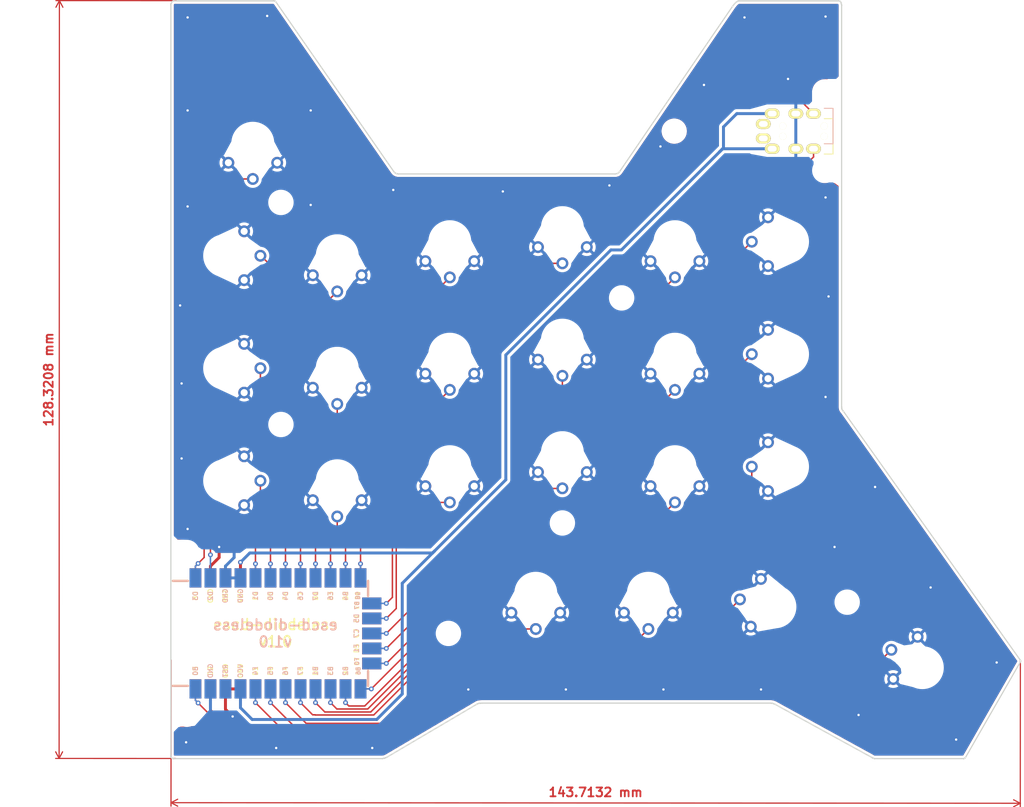
<source format=kicad_pcb>
(kicad_pcb (version 20211014) (generator pcbnew)
  (layers (0 "F.Cu" signal) (31 "B.Cu" signal) (34 "B.Paste" user) (35 "F.Paste" user) (36 "B.SilkS" user "B.Silkscreen") (37 "F.SilkS" user "F.Silkscreen") (38 "B.Mask" user) (39 "F.Mask" user) (44 "Edge.Cuts" user))
  (net 0 "")
  (net 2 "data")
  (net 3 "GND")
  (net 4 "VCC")
  (net 5 "SW1")
  (net 6 "SW2")
  (net 7 "SW3")
  (net 8 "SW4")
  (net 9 "SW5")
  (net 10 "SW6")
  (net 11 "SW7")
  (net 12 "SW8")
  (net 13 "SW9")
  (net 14 "SW10")
  (net 15 "SW11")
  (net 16 "SW12")
  (net 17 "SW13")
  (net 18 "SW14")
  (net 19 "SW15")
  (net 20 "SW16")
  (net 21 "SW17")
  (net 22 "SW18")
  (net 23 "SW19")
  (net 24 "SW20")
  (net 25 "SW21")
  (net 26 "SW22")
  (net 27 "SW23")
  (footprint "escd-footprint:Cherry-MX-Low-Profile" (layer "F.Cu") (at 21 69.05 90)
    (fp_text reference "SW2")
    (fp_text value "SW_PUSH" hide)
  )
  (footprint "escd-footprint:Cherry-MX-Low-Profile" (layer "F.Cu") (at 92.7 126.2)
    (fp_text reference "SW15")
    (fp_text value "SW_PUSH" hide)
  )
  (footprint "escd-footprint:Cherry-MX-Low-Profile" (layer "F.Cu") (at 40.05 88.1)
    (fp_text reference "SW6")
    (fp_text value "SW_PUSH" hide)
  )
  (footprint "escd-footprint:M2_HOLE_WITH_CLEARANCE" (layer "F.Cu") (at 30.525 97.625)
    (fp_text reference "H2" hide)
    (fp_text value "Val**" hide)
  )
  (footprint "escd-footprint:Cherry-MX-Low-Profile" (layer "F.Cu") (at 116.25 104.76875 -90)
    (fp_text reference "SW22")
    (fp_text value "SW_PUSH" hide)
  )
  (footprint "escd-footprint:Cherry-MX-Low-Profile" (layer "F.Cu") (at 59.1 104.76875)
    (fp_text reference "SW10")
    (fp_text value "SW_PUSH" hide)
  )
  (footprint "escd-footprint:M2_HOLE_WITH_CLEARANCE" (layer "F.Cu") (at 88.175 76.19375)
    (fp_text reference "H4" hide)
    (fp_text value "Val**" hide)
  )
  (footprint "escd-footprint:Cherry-MX-Low-Profile" (layer "F.Cu") (at 116.25 66.66875 -90)
    (fp_text reference "SW20")
    (fp_text value "SW_PUSH" hide)
  )
  (footprint "escd-footprint:Cherry-MX-Low-Profile-u1.5-vertical" (layer "F.Cu") (at 139.0575 138.8 -120)
    (fp_text reference "SW23")
    (fp_text value "SW_PUSH" hide)
  )
  (footprint "escd-footprint:M2_HOLE_WITH_CLEARANCE" (layer "F.Cu") (at 122.555 54.61)
    (fp_text reference "H7" hide)
    (fp_text value "Val**" hide)
  )
  (footprint "escd-footprint:Cherry-MX-Low-Profile" (layer "F.Cu") (at 116.25 85.71875 -90)
    (fp_text reference "SW21")
    (fp_text value "SW_PUSH" hide)
  )
  (footprint "escd-footprint:M2_HOLE_WITH_CLEARANCE" (layer "F.Cu") (at 126.3396 127.7112)
    (fp_text reference "H5" hide)
    (fp_text value "Val**" hide)
  )
  (footprint "escd-footprint:Cherry-MX-Low-Profile" (layer "F.Cu") (at 97.2 85.71875)
    (fp_text reference "SW17")
    (fp_text value "SW_PUSH" hide)
  )
  (footprint "escd-footprint:Cherry-MX-Low-Profile-u1.5" (layer "F.Cu") (at 25.7625 50)
    (fp_text reference "SW1")
    (fp_text value "SW_PUSH" hide)
  )
  (footprint "escd-footprint:M2_HOLE_WITH_CLEARANCE" (layer "F.Cu") (at 58.865 133)
    (fp_text reference "H9" hide)
    (fp_text value "Val**" hide)
  )
  (footprint "escd-footprint:Cherry-MX-Low-Profile" (layer "F.Cu") (at 78.15 83.3375)
    (fp_text reference "SW13")
    (fp_text value "SW_PUSH" hide)
  )
  (footprint "escd-footprint:Cherry-MX-Low-Profile" (layer "F.Cu") (at 97.2 104.76875)
    (fp_text reference "SW18")
    (fp_text value "SW_PUSH" hide)
  )
  (footprint "escd-footprint:M2_HOLE_WITH_CLEARANCE" (layer "F.Cu") (at 30.525 60.025)
    (fp_text reference "H1" hide)
    (fp_text value "Val**" hide)
  )
  (footprint "escd-footprint:Cherry-MX-Low-Profile" (layer "F.Cu") (at 21 107.15 90)
    (fp_text reference "SW4")
    (fp_text value "SW_PUSH" hide)
  )
  (footprint "escd-footprint:Cherry-MX-Low-Profile" (layer "F.Cu") (at 78.15 64.2875)
    (fp_text reference "SW12")
    (fp_text value "SW_PUSH" hide)
  )
  (footprint "escd-footprint:Cherry-MX-Low-Profile" (layer "F.Cu") (at 59.1 66.66875)
    (fp_text reference "SW8")
    (fp_text value "SW_PUSH" hide)
  )
  (footprint "escd-footprint:M2_HOLE_WITH_CLEARANCE" (layer "F.Cu") (at 14.605 119.3)
    (fp_text reference "H10" hide)
    (fp_text value "Val**" hide)
  )
  (footprint "escd-footprint:M2_HOLE_WITH_CLEARANCE" (layer "F.Cu") (at 78.15 114.3)
    (fp_text reference "H3" hide)
    (fp_text value "Val**" hide)
  )
  (footprint "escd-footprint:Cherry-MX-Low-Profile" (layer "F.Cu") (at 59.1 85.71875)
    (fp_text reference "SW9")
    (fp_text value "SW_PUSH" hide)
  )
  (footprint "escd-footprint:Cherry-MX-Low-Profile" (layer "F.Cu") (at 40.05 69.05)
    (fp_text reference "SW5")
    (fp_text value "SW_PUSH" hide)
  )
  (footprint "escd-footprint:Cherry-MX-Low-Profile" (layer "F.Cu") (at 21 88.1 90)
    (fp_text reference "SW3")
    (fp_text value "SW_PUSH" hide)
  )
  (footprint "escd-footprint:Cherry-MX-Low-Profile" (layer "F.Cu") (at 78.15 102.3875)
    (fp_text reference "SW14")
    (fp_text value "SW_PUSH" hide)
  )
  (footprint "escd-footprint:Elite-C-castellated-29pin" (layer "F.Cu") (at 30.025 133)
    (fp_text reference "U1" hide)
    (fp_text value "Elite-C" hide)
  )
  (footprint "escd-footprint:M2_HOLE_WITH_CLEARANCE" (layer "F.Cu") (at 122.555 41.3)
    (fp_text reference "H11" hide)
    (fp_text value "Val**" hide)
  )
  (footprint "escd-footprint:MJ-4PP-9" (layer "F.Cu") (at 123.95 48.8375 -90)
    (fp_text reference "J1")
    (fp_text value "MJ-4PP-9" hide)
  )
  (footprint "escd-footprint:M2_HOLE_WITH_CLEARANCE" (layer "F.Cu") (at 97.075 47.955)
    (fp_text reference "H6" hide)
    (fp_text value "Val**" hide)
  )
  (footprint "escd-footprint:Cherry-MX-Low-Profile" (layer "F.Cu") (at 114.115 128.5 -102)
    (fp_text reference "SW19")
    (fp_text value "SW_PUSH" hide)
  )
  (footprint "escd-footprint:Cherry-MX-Low-Profile" (layer "F.Cu") (at 73.65 126.2)
    (fp_text reference "SW11")
    (fp_text value "SW_PUSH" hide)
  )
  (footprint "escd-footprint:Cherry-MX-Low-Profile" (layer "F.Cu") (at 40.05 107.15)
    (fp_text reference "SW7")
    (fp_text value "SW_PUSH" hide)
  )
  (footprint "escd-footprint:Cherry-MX-Low-Profile" (layer "F.Cu") (at 97.2 66.66875)
    (fp_text reference "SW16")
    (fp_text value "SW_PUSH" hide)
  )
  (footprint "escd-footprint:M2_HOLE_WITH_CLEARANCE" (layer "F.Cu") (at 14.605 146.7)
    (fp_text reference "H8" hide)
    (fp_text value "Val**" hide)
  )
  (gr_line (start 130.857781 154.180221) (end 130.827358 154.172327) (layer "Edge.Cuts") (width 0.2))
  (gr_line (start 48.085542 154.11543) (end 48.039301 154.129661) (layer "Edge.Cuts") (width 0.2))
  (gr_line (start 113.910772 144.906714) (end 113.859116 144.888439) (layer "Edge.Cuts") (width 0.2))
  (gr_line (start 49.915833 55.06681) (end 49.940146 55.081022) (layer "Edge.Cuts") (width 0.2))
  (gr_line (start 63.599991 145.029007) (end 63.599991 145.029007) (layer "Edge.Cuts") (width 0.2))
  (gr_line (start 125.714066 95.398941) (end 155.600006 137.472) (layer "Edge.Cuts") (width 0.2))
  (gr_line (start 29.26266 25.900446) (end 29.317461 25.901513) (layer "Edge.Cuts") (width 0.2))
  (gr_line (start 50.400002 55.200001) (end 50.400002 55.200001) (layer "Edge.Cuts") (width 0.2))
  (gr_line (start 130.743338 154.141464) (end 130.71669 154.128761) (layer "Edge.Cuts") (width 0.2))
  (gr_line (start 87.302454 55.176111) (end 87.356789 55.162527) (layer "Edge.Cuts") (width 0.2))
  (gr_line (start 130.516632 154.005341) (end 130.516632 154.005341) (layer "Edge.Cuts") (width 0.2))
  (gr_line (start 87.835556 54.799671) (end 87.835556 54.799671) (layer "Edge.Cuts") (width 0.2))
  (gr_line (start 87.795164 54.849476) (end 87.835556 54.799671) (layer "Edge.Cuts") (width 0.2))
  (gr_line (start 49.591232 54.754448) (end 49.631232 54.807006) (layer "Edge.Cuts") (width 0.2))
  (gr_line (start 114.168153 145.025056) (end 114.132742 145.005488) (layer "Edge.Cuts") (width 0.2))
  (gr_line (start 11.963034 154.016024) (end 11.952708 153.996527) (layer "Edge.Cuts") (width 0.2))
  (gr_line (start 29.199999 25.9) (end 29.199999 25.9) (layer "Edge.Cuts") (width 0.2))
  (gr_line (start 64.599991 144.800003) (end 64.470016 144.803568) (layer "Edge.Cuts") (width 0.2))
  (gr_line (start 12.013832 26.159999) (end 12.045609 26.110922) (layer "Edge.Cuts") (width 0.2))
  (gr_line (start 155.666382 137.811986) (end 155.659273 137.826723) (layer "Edge.Cuts") (width 0.2))
  (gr_line (start 113.518979 144.809152) (end 113.45955 144.80322) (layer "Edge.Cuts") (width 0.2))
  (gr_line (start 12.322489 25.908669) (end 12.347879 25.903896) (layer "Edge.Cuts") (width 0.2))
  (gr_line (start 63.82271 144.908987) (end 63.763802 144.933459) (layer "Edge.Cuts") (width 0.2))
  (gr_line (start 125.406937 94.781264) (end 125.413124 94.834865) (layer "Edge.Cuts") (width 0.2))
  (gr_line (start 49.940146 55.081022) (end 49.964892 55.094424) (layer "Edge.Cuts") (width 0.2))
  (gr_line (start 87.050003 55.200001) (end 87.119024 55.198525) (layer "Edge.Cuts") (width 0.2))
  (gr_line (start 125.402798 94.724706) (end 125.406937 94.781264) (layer "Edge.Cuts") (width 0.2))
  (gr_line (start 125.462036 95.028029) (end 125.481224 95.073091) (layer "Edge.Cuts") (width 0.2))
  (gr_line (start 146.170644 154.170456) (end 146.157166 154.175932) (layer "Edge.Cuts") (width 0.2))
  (gr_line (start 155.691849 137.643486) (end 155.693865 137.657038) (layer "Edge.Cuts") (width 0.2))
  (gr_line (start 87.457168 55.125975) (end 87.503854 55.102937) (layer "Edge.Cuts") (width 0.2))
  (gr_line (start 11.943311 153.975899) (end 11.934839 153.95412) (layer "Edge.Cuts") (width 0.2))
  (gr_line (start 12.080647 26.06569) (end 12.118743 26.02482) (layer "Edge.Cuts") (width 0.2))
  (gr_line (start 130.770453 154.152956) (end 130.743338 154.141464) (layer "Edge.Cuts") (width 0.2))
  (gr_line (start 125.43238 94.934863) (end 125.445816 94.982092) (layer "Edge.Cuts") (width 0.2))
  (gr_line (start 108 25.9) (end 108 25.9) (layer "Edge.Cuts") (width 0.2))
  (gr_line (start 29.317461 25.901513) (end 29.365258 25.903524) (layer "Edge.Cuts") (width 0.2))
  (gr_line (start 50.151721 55.16576) (end 50.21 55.179) (layer "Edge.Cuts") (width 0.2))
  (gr_line (start 125.135648 25.978236) (end 125.159015 25.99699) (layer "Edge.Cuts") (width 0.2))
  (gr_line (start 87.356789 55.162527) (end 87.408253 55.145826) (layer "Edge.Cuts") (width 0.2))
  (gr_line (start 11.960888 26.267635) (end 11.985524 26.212409) (layer "Edge.Cuts") (width 0.2))
  (gr_line (start 47.886743 154.167249) (end 47.829146 154.178524) (layer "Edge.Cuts") (width 0.2))
  (gr_line (start 87.183892 55.194075) (end 87.244929 55.186615) (layer "Edge.Cuts") (width 0.2))
  (gr_line (start 130.516632 154.005341) (end 114.199997 145.044006) (layer "Edge.Cuts") (width 0.2))
  (gr_line (start 29.459731 25.91481) (end 29.475193 25.918464) (layer "Edge.Cuts") (width 0.2))
  (gr_line (start 113.45955 144.80322) (end 113.399994 144.800003) (layer "Edge.Cuts") (width 0.2))
  (gr_line (start 155.621906 137.498015) (end 155.631815 137.51105) (layer "Edge.Cuts") (width 0.2))
  (gr_line (start 114.0522 144.96545) (end 114.00756 144.945457) (layer "Edge.Cuts") (width 0.2))
  (gr_line (start 49.891936 55.051783) (end 49.915833 55.06681) (layer "Edge.Cuts") (width 0.2))
  (gr_line (start 50.095737 55.149365) (end 50.123451 55.157958) (layer "Edge.Cuts") (width 0.2))
  (gr_line (start 155.659273 137.826723) (end 155.651379 137.841589) (layer "Edge.Cuts") (width 0.2))
  (gr_line (start 49.591232 54.754448) (end 49.591232 54.754448) (layer "Edge.Cuts") (width 0.2))
  (gr_line (start 125.302569 26.199505) (end 125.315484 26.229959) (layer "Edge.Cuts") (width 0.2))
  (gr_line (start 146.183781 154.164453) (end 146.170644 154.170456) (layer "Edge.Cuts") (width 0.2))
  (gr_line (start 146.05189 154.19886) (end 146.035092 154.199839) (layer "Edge.Cuts") (width 0.2))
  (gr_line (start 107.96221 25.903197) (end 108 25.9) (layer "Edge.Cuts") (width 0.2))
  (gr_line (start 64.138991 144.830807) (end 64.073618 144.841377) (layer "Edge.Cuts") (width 0.2))
  (gr_line (start 12.061584 154.122536) (end 12.044669 154.11039) (layer "Edge.Cuts") (width 0.2))
  (gr_line (start 146.278546 154.098423) (end 146.256347 154.117821) (layer "Edge.Cuts") (width 0.2))
  (gr_line (start 29.575683 25.971258) (end 29.598285 25.992486) (layer "Edge.Cuts") (width 0.2))
  (gr_line (start 125.481224 95.073091) (end 125.503563 95.117692) (layer "Edge.Cuts") (width 0.2))
  (gr_line (start 29.475193 25.918464) (end 29.489761 25.922678) (layer "Edge.Cuts") (width 0.2))
  (gr_line (start 48.522667 153.922913) (end 48.522667 153.922913) (layer "Edge.Cuts") (width 0.2))
  (gr_line (start 49.631232 54.807006) (end 49.671984 54.856167) (layer "Edge.Cuts") (width 0.2))
  (gr_line (start 48.130543 154.100124) (end 48.085542 154.11543) (layer "Edge.Cuts") (width 0.2))
  (gr_line (start 29.673747 26.080624) (end 29.738998 26.163) (layer "Edge.Cuts") (width 0.2))
  (gr_line (start 125.057692 25.932992) (end 125.085013 25.946142) (layer "Edge.Cuts") (width 0.2))
  (gr_line (start 12.183217 154.175766) (end 12.160531 154.169132) (layer "Edge.Cuts") (width 0.2))
  (gr_line (start 124.967399 25.906267) (end 124.998911 25.91296) (layer "Edge.Cuts") (width 0.2))
  (gr_line (start 47.940541 154.155437) (end 47.886743 154.167249) (layer "Edge.Cuts") (width 0.2))
  (gr_line (start 50.123451 55.157958) (end 50.151721 55.16576) (layer "Edge.Cuts") (width 0.2))
  (gr_line (start 125.159015 25.99699) (end 125.181115 26.017423) (layer "Edge.Cuts") (width 0.2))
  (gr_line (start 130.889941 154.186928) (end 130.857781 154.180221) (layer "Edge.Cuts") (width 0.2))
  (gr_line (start 29.738998 26.163) (end 49.591232 54.754448) (layer "Edge.Cuts") (width 0.2))
  (gr_line (start 155.695673 137.684368) (end 155.695458 137.698155) (layer "Edge.Cuts") (width 0.2))
  (gr_line (start 155.649532 137.537197) (end 155.657333 137.550319) (layer "Edge.Cuts") (width 0.2))
  (gr_line (start 11.9 26.568001) (end 11.9 26.568001) (layer "Edge.Cuts") (width 0.2))
  (gr_line (start 12.283723 154.19402) (end 12.231512 154.186508) (layer "Edge.Cuts") (width 0.2))
  (gr_line (start 125.400002 26.699999) (end 125.400002 26.699999) (layer "Edge.Cuts") (width 0.2))
  (gr_line (start 11.9 92.75) (end 11.9 26.568001) (layer "Edge.Cuts") (width 0.2))
  (gr_line (start 130.827358 154.172327) (end 130.798354 154.163241) (layer "Edge.Cuts") (width 0.2))
  (gr_line (start 107.884962 25.921038) (end 107.923838 25.910279) (layer "Edge.Cuts") (width 0.2))
  (gr_line (start 12.373724 25.900984) (end 12.4 25.9) (layer "Edge.Cuts") (width 0.2))
  (gr_line (start 155.694492 137.71203) (end 155.69277 137.725997) (layer "Edge.Cuts") (width 0.2))
  (gr_line (start 107.80601 25.952757) (end 107.84566 25.935266) (layer "Edge.Cuts") (width 0.2))
  (gr_line (start 11.952708 153.996527) (end 11.943311 153.975899) (layer "Edge.Cuts") (width 0.2))
  (gr_line (start 11.923459 26.384478) (end 11.940131 26.325162) (layer "Edge.Cuts") (width 0.2))
  (gr_line (start 107.605271 26.081864) (end 107.685752 26.022721) (layer "Edge.Cuts") (width 0.2))
  (gr_line (start 146.221306 154.143364) (end 146.209095 154.150899) (layer "Edge.Cuts") (width 0.2))
  (gr_line (start 50.270713 55.189105) (end 50.334 55.196098) (layer "Edge.Cuts") (width 0.2))
  (gr_line (start 49.84532 55.019279) (end 49.891936 55.051783) (layer "Edge.Cuts") (width 0.2))
  (gr_line (start 29.646461 26.046845) (end 29.673747 26.080624) (layer "Edge.Cuts") (width 0.2))
  (gr_line (start 113.750506 144.855275) (end 113.694044 144.840861) (layer "Edge.Cuts") (width 0.2))
  (gr_line (start 146.068215 154.19729) (end 146.05189 154.19886) (layer "Edge.Cuts") (width 0.2))
  (gr_line (start 63.652208 144.993222) (end 63.599991 145.029007) (layer "Edge.Cuts") (width 0.2))
  (gr_line (start 87.755107 54.895811) (end 87.795164 54.849476) (layer "Edge.Cuts") (width 0.2))
  (gr_line (start 64.271273 144.815532) (end 64.204954 144.822275) (layer "Edge.Cuts") (width 0.2))
  (gr_line (start 125.372249 26.426722) (end 125.383905 26.495386) (layer "Edge.Cuts") (width 0.2))
  (gr_line (start 155.62295 137.887001) (end 155.600006 137.917999) (layer "Edge.Cuts") (width 0.2))
  (gr_line (start 47.767112 154.189395) (end 47.700001 154.199997) (layer "Edge.Cuts") (width 0.2))
  (gr_line (start 113.578034 144.817562) (end 113.518979 144.809152) (layer "Edge.Cuts") (width 0.2))
  (gr_line (start 155.678263 137.782876) (end 155.672711 137.797371) (layer "Edge.Cuts") (width 0.2))
  (gr_line (start 29.738998 26.163) (end 29.738998 26.163) (layer "Edge.Cuts") (width 0.2))
  (gr_line (start 48.039301 154.129661) (end 47.99118 154.142952) (layer "Edge.Cuts") (width 0.2))
  (gr_line (start 49.964892 55.094424) (end 49.990089 55.107018) (layer "Edge.Cuts") (width 0.2))
  (gr_line (start 50.015755 55.118806) (end 50.041906 55.129791) (layer "Edge.Cuts") (width 0.2))
  (gr_line (start 146.360884 154.00325) (end 146.341007 154.029554) (layer "Edge.Cuts") (width 0.2))
  (gr_line (start 125.445816 94.982092) (end 125.462036 95.028029) (layer "Edge.Cuts") (width 0.2))
  (gr_line (start 130.663532 154.09969) (end 130.636387 154.08331) (layer "Edge.Cuts") (width 0.2))
  (gr_line (start 125.357101 26.359091) (end 125.372249 26.426722) (layer "Edge.Cuts") (width 0.2))
  (gr_line (start 12.297582 25.915241) (end 12.322489 25.908669) (layer "Edge.Cuts") (width 0.2))
  (gr_line (start 125.413124 94.834865) (end 125.421544 94.885926) (layer "Edge.Cuts") (width 0.2))
  (gr_line (start 48.174944 154.083611) (end 48.130543 154.100124) (layer "Edge.Cuts") (width 0.2))
  (gr_line (start 12.4 154.199997) (end 12.339878 154.198462) (layer "Edge.Cuts") (width 0.2))
  (gr_line (start 125.11099 25.961255) (end 125.135648 25.978236) (layer "Edge.Cuts") (width 0.2))
  (gr_line (start 125.591326 95.252897) (end 125.628108 95.299819) (layer "Edge.Cuts") (width 0.2))
  (gr_line (start 108 25.9) (end 124.900002 25.9) (layer "Edge.Cuts") (width 0.2))
  (gr_line (start 11.903187 26.506412) (end 11.911075 26.445066) (layer "Edge.Cuts") (width 0.2))
  (gr_line (start 11.940131 26.325162) (end 11.960888 26.267635) (layer "Edge.Cuts") (width 0.2))
  (gr_line (start 107.222554 26.465284) (end 107.294392 26.382445) (layer "Edge.Cuts") (width 0.2))
  (gr_line (start 146.400009 153.945999) (end 146.380508 153.975377) (layer "Edge.Cuts") (width 0.2))
  (gr_line (start 48.219384 154.065754) (end 48.174944 154.083611) (layer "Edge.Cuts") (width 0.2))
  (gr_line (start 29.365258 25.903524) (end 29.406908 25.906804) (layer "Edge.Cuts") (width 0.2))
  (gr_line (start 155.600006 137.472) (end 155.621906 137.498015) (layer "Edge.Cuts") (width 0.2))
  (gr_line (start 107.685752 26.022721) (end 107.725978 25.996692) (layer "Edge.Cuts") (width 0.2))
  (gr_line (start 87.715065 54.938711) (end 87.755107 54.895811) (layer "Edge.Cuts") (width 0.2))
  (gr_line (start 114.199997 145.044006) (end 114.199997 145.044006) (layer "Edge.Cuts") (width 0.2))
  (gr_line (start 11.9 153.736023) (end 11.9 153.736023) (layer "Edge.Cuts") (width 0.2))
  (gr_line (start 87.633742 55.014351) (end 87.674716 54.978213) (layer "Edge.Cuts") (width 0.2))
  (gr_line (start 12.249314 25.933521) (end 12.273182 25.923546) (layer "Edge.Cuts") (width 0.2))
  (gr_line (start 12.339878 154.198462) (end 12.283723 154.19402) (layer "Edge.Cuts") (width 0.2))
  (gr_line (start 47.700001 154.199997) (end 12.4 154.199997) (layer "Edge.Cuts") (width 0.2))
  (gr_line (start 125.399933 94.601059) (end 125.399933 94.601059) (layer "Edge.Cuts") (width 0.2))
  (gr_line (start 146.129121 154.185274) (end 146.114521 154.189123) (layer "Edge.Cuts") (width 0.2))
  (gr_line (start 125.085013 25.946142) (end 125.11099 25.961255) (layer "Edge.Cuts") (width 0.2))
  (gr_line (start 155.641025 137.524109) (end 155.649532 137.537197) (layer "Edge.Cuts") (width 0.2))
  (gr_line (start 107.84566 25.935266) (end 107.884962 25.921038) (layer "Edge.Cuts") (width 0.2))
  (gr_line (start 48.264503 154.046421) (end 48.219384 154.065754) (layer "Edge.Cuts") (width 0.2))
  (gr_line (start 146.380508 153.975377) (end 146.360884 154.00325) (layer "Edge.Cuts") (width 0.2))
  (gr_line (start 125.257381 26.114049) (end 125.273544 26.141455) (layer "Edge.Cuts") (width 0.2))
  (gr_line (start 87.408253 55.145826) (end 87.457168 55.125975) (layer "Edge.Cuts") (width 0.2))
  (gr_line (start 29.529167 25.939085) (end 29.541228 25.945944) (layer "Edge.Cuts") (width 0.2))
  (gr_line (start 29.443267 25.911676) (end 29.459731 25.91481) (layer "Edge.Cuts") (width 0.2))
  (gr_line (start 12.138815 154.161631) (end 12.118065 154.15324) (layer "Edge.Cuts") (width 0.2))
  (gr_line (start 12.226006 25.9451) (end 12.249314 25.933521) (layer "Edge.Cuts") (width 0.2))
  (gr_line (start 124.998911 25.91296) (end 125.029 25.9219) (layer "Edge.Cuts") (width 0.2))
  (gr_line (start 12.118065 154.15324) (end 12.098279 154.143941) (layer "Edge.Cuts") (width 0.2))
  (gr_line (start 125.327369 26.261239) (end 125.338249 26.293251) (layer "Edge.Cuts") (width 0.2))
  (gr_line (start 12.4 25.9) (end 12.4 25.9) (layer "Edge.Cuts") (width 0.2))
  (gr_line (start 11.986485 154.051707) (end 11.974292 154.034411) (layer "Edge.Cuts") (width 0.2))
  (gr_line (start 106.889 26.899) (end 106.889 26.899) (layer "Edge.Cuts") (width 0.2))
  (gr_line (start 125.348151 26.3259) (end 125.357101 26.359091) (layer "Edge.Cuts") (width 0.2))
  (gr_line (start 131.000015 154.199997) (end 131.000015 154.199997) (layer "Edge.Cuts") (width 0.2))
  (gr_line (start 11.9 92.75) (end 11.9 92.75) (layer "Edge.Cuts") (width 0.2))
  (gr_line (start 12.160531 154.169132) (end 12.138815 154.161631) (layer "Edge.Cuts") (width 0.2))
  (gr_line (start 87.674716 54.978213) (end 87.715065 54.938711) (layer "Edge.Cuts") (width 0.2))
  (gr_line (start 146.320745 154.054226) (end 146.299969 154.077204) (layer "Edge.Cuts") (width 0.2))
  (gr_line (start 146.143331 154.180874) (end 146.129121 154.185274) (layer "Edge.Cuts") (width 0.2))
  (gr_line (start 12.013688 154.083108) (end 11.999616 154.067933) (layer "Edge.Cuts") (width 0.2))
  (gr_line (start 29.516641 25.932948) (end 29.529167 25.939085) (layer "Edge.Cuts") (width 0.2))
  (gr_line (start 146.256347 154.117821) (end 146.244915 154.126817) (layer "Edge.Cuts") (width 0.2))
  (gr_line (start 63.883381 144.88779) (end 63.82271 144.908987) (layer "Edge.Cuts") (width 0.2))
  (gr_line (start 125.288598 26.169972) (end 125.302569 26.199505) (layer "Edge.Cuts") (width 0.2))
  (gr_line (start 155.689097 137.630004) (end 155.691849 137.643486) (layer "Edge.Cuts") (width 0.2))
  (gr_line (start 29.564379 25.96199) (end 29.575683 25.971258) (layer "Edge.Cuts") (width 0.2))
  (gr_line (start 125.315484 26.229959) (end 125.327369 26.261239) (layer "Edge.Cuts") (width 0.2))
  (gr_line (start 49.990089 55.107018) (end 50.015755 55.118806) (layer "Edge.Cuts") (width 0.2))
  (gr_line (start 87.119024 55.198525) (end 87.183892 55.194075) (layer "Edge.Cuts") (width 0.2))
  (gr_line (start 125.628108 95.299819) (end 125.66896 95.348362) (layer "Edge.Cuts") (width 0.2))
  (gr_line (start 63.706889 144.961455) (end 63.652208 144.993222) (layer "Edge.Cuts") (width 0.2))
  (gr_line (start 11.90625 153.82725) (end 11.903265 153.798141) (layer "Edge.Cuts") (width 0.2))
  (gr_line (start 64.599991 144.800003) (end 64.599991 144.800003) (layer "Edge.Cuts") (width 0.2))
  (gr_line (start 155.690291 137.740061) (end 155.687049 137.754226) (layer "Edge.Cuts") (width 0.2))
  (gr_line (start 29.552929 25.953566) (end 29.564379 25.96199) (layer "Edge.Cuts") (width 0.2))
  (gr_line (start 113.694044 144.840861) (end 113.636471 144.828211) (layer "Edge.Cuts") (width 0.2))
  (gr_line (start 11.911075 26.445066) (end 11.923459 26.384478) (layer "Edge.Cuts") (width 0.2))
  (gr_line (start 113.636471 144.828211) (end 113.578034 144.817562) (layer "Edge.Cuts") (width 0.2))
  (gr_line (start 107.154318 26.547877) (end 107.222554 26.465284) (layer "Edge.Cuts") (width 0.2))
  (gr_line (start 87.548631 55.076677) (end 87.59182 55.04716) (layer "Edge.Cuts") (width 0.2))
  (gr_line (start 146.244915 154.126817) (end 146.23324 154.135334) (layer "Edge.Cuts") (width 0.2))
  (gr_line (start 12.4 25.9) (end 12.4 25.9) (layer "Edge.Cuts") (width 0.2))
  (gr_line (start 113.399994 144.800003) (end 64.599991 144.800003) (layer "Edge.Cuts") (width 0.2))
  (gr_line (start 87.503854 55.102937) (end 87.548631 55.076677) (layer "Edge.Cuts") (width 0.2))
  (gr_line (start 125.383905 26.495386) (end 125.392275 26.564325) (layer "Edge.Cuts") (width 0.2))
  (gr_line (start 125.55843 95.207179) (end 125.591326 95.252897) (layer "Edge.Cuts") (width 0.2))
  (gr_line (start 50.21 55.179) (end 50.270713 55.189105) (layer "Edge.Cuts") (width 0.2))
  (gr_line (start 47.700001 154.199997) (end 47.700001 154.199997) (layer "Edge.Cuts") (width 0.2))
  (gr_line (start 106.977458 26.777565) (end 107.090307 26.628562) (layer "Edge.Cuts") (width 0.2))
  (gr_line (start 50.400002 55.200001) (end 87.050003 55.200001) (layer "Edge.Cuts") (width 0.2))
  (gr_line (start 114.199997 145.044006) (end 114.168153 145.025056) (layer "Edge.Cuts") (width 0.2))
  (gr_line (start 155.657333 137.550319) (end 155.664424 137.563479) (layer "Edge.Cuts") (width 0.2))
  (gr_line (start 113.960336 144.925799) (end 113.910772 144.906714) (layer "Edge.Cuts") (width 0.2))
  (gr_line (start 47.99118 154.142952) (end 47.940541 154.155437) (layer "Edge.Cuts") (width 0.2))
  (gr_line (start 130.690194 154.114838) (end 130.663532 154.09969) (layer "Edge.Cuts") (width 0.2))
  (gr_line (start 146.000015 154.199997) (end 131.000015 154.199997) (layer "Edge.Cuts") (width 0.2))
  (gr_line (start 113.805611 144.871213) (end 113.750506 144.855275) (layer "Edge.Cuts") (width 0.2))
  (gr_line (start 106.889 26.899) (end 106.977458 26.777565) (layer "Edge.Cuts") (width 0.2))
  (gr_line (start 48.410329 153.978221) (end 48.31094 154.025477) (layer "Edge.Cuts") (width 0.2))
  (gr_line (start 11.999616 154.067933) (end 11.986485 154.051707) (layer "Edge.Cuts") (width 0.2))
  (gr_line (start 107.923838 25.910279) (end 107.96221 25.903197) (layer "Edge.Cuts") (width 0.2))
  (gr_line (start 11.985524 26.212409) (end 12.013832 26.159999) (layer "Edge.Cuts") (width 0.2))
  (gr_line (start 125.399933 94.601059) (end 125.400525 94.664777) (layer "Edge.Cuts") (width 0.2))
  (gr_line (start 124.900002 25.9) (end 124.900002 25.9) (layer "Edge.Cuts") (width 0.2))
  (gr_line (start 155.600006 137.472) (end 155.600006 137.472) (layer "Edge.Cuts") (width 0.2))
  (gr_line (start 12.4 154.199997) (end 12.4 154.199997) (layer "Edge.Cuts") (width 0.2))
  (gr_line (start 11.974292 154.034411) (end 11.963034 154.016024) (layer "Edge.Cuts") (width 0.2))
  (gr_line (start 48.31094 154.025477) (end 48.264503 154.046421) (layer "Edge.Cuts") (width 0.2))
  (gr_line (start 11.934839 153.95412) (end 11.927289 153.931169) (layer "Edge.Cuts") (width 0.2))
  (gr_line (start 125.66896 95.348362) (end 125.714066 95.398941) (layer "Edge.Cuts") (width 0.2))
  (gr_line (start 12.098279 154.143941) (end 12.079452 154.133713) (layer "Edge.Cuts") (width 0.2))
  (gr_line (start 29.503541 25.927493) (end 29.516641 25.932948) (layer "Edge.Cuts") (width 0.2))
  (gr_line (start 155.642696 137.856588) (end 155.633221 137.871724) (layer "Edge.Cuts") (width 0.2))
  (gr_line (start 146.035092 154.199839) (end 146.017806 154.200221) (layer "Edge.Cuts") (width 0.2))
  (gr_line (start 114.094009 144.98554) (end 114.0522 144.96545) (layer "Edge.Cuts") (width 0.2))
  (gr_line (start 155.676461 137.58993) (end 155.681399 137.60323) (layer "Edge.Cuts") (width 0.2))
  (gr_line (start 114.00756 144.945457) (end 113.960336 144.925799) (layer "Edge.Cuts") (width 0.2))
  (gr_line (start 146.114521 154.189123) (end 146.099514 154.192414) (layer "Edge.Cuts") (width 0.2))
  (gr_line (start 107.294392 26.382445) (end 107.369206 26.301022) (layer "Edge.Cuts") (width 0.2))
  (gr_line (start 87.835556 54.799671) (end 106.889 26.899) (layer "Edge.Cuts") (width 0.2))
  (gr_line (start 125.397571 26.632782) (end 125.400002 26.699999) (layer "Edge.Cuts") (width 0.2))
  (gr_line (start 155.631815 137.51105) (end 155.641025 137.524109) (layer "Edge.Cuts") (width 0.2))
  (gr_line (start 64.204954 144.822275) (end 64.138991 144.830807) (layer "Edge.Cuts") (width 0.2))
  (gr_line (start 50.041906 55.129791) (end 50.068561 55.139977) (layer "Edge.Cuts") (width 0.2))
  (gr_line (start 125.240082 26.087848) (end 125.257381 26.114049) (layer "Edge.Cuts") (width 0.2))
  (gr_line (start 87.050003 55.200001) (end 87.050003 55.200001) (layer "Edge.Cuts") (width 0.2))
  (gr_line (start 12.206876 154.181551) (end 12.183217 154.175766) (layer "Edge.Cuts") (width 0.2))
  (gr_line (start 87.59182 55.04716) (end 87.633742 55.014351) (layer "Edge.Cuts") (width 0.2))
  (gr_line (start 49.756306 54.944385) (end 49.800156 54.983487) (layer "Edge.Cuts") (width 0.2))
  (gr_line (start 155.68304 137.768496) (end 155.678263 137.782876) (layer "Edge.Cuts") (width 0.2))
  (gr_line (start 146.157166 154.175932) (end 146.143331 154.180874) (layer "Edge.Cuts") (width 0.2))
  (gr_line (start 146.209095 154.150899) (end 146.196592 154.157931) (layer "Edge.Cuts") (width 0.2))
  (gr_line (start 114.132742 145.005488) (end 114.094009 144.98554) (layer "Edge.Cuts") (width 0.2))
  (gr_line (start 12.118743 26.02482) (end 12.138872 26.006181) (layer "Edge.Cuts") (width 0.2))
  (gr_line (start 11.9 153.736023) (end 11.9 92.75) (layer "Edge.Cuts") (width 0.2))
  (gr_line (start 155.695458 137.698155) (end 155.694492 137.71203) (layer "Edge.Cuts") (width 0.2))
  (gr_line (start 107.369206 26.301022) (end 107.446374 26.222677) (layer "Edge.Cuts") (width 0.2))
  (gr_line (start 146.23324 154.135334) (end 146.221306 154.143364) (layer "Edge.Cuts") (width 0.2))
  (gr_line (start 12.231512 154.186508) (end 12.206876 154.181551) (layer "Edge.Cuts") (width 0.2))
  (gr_line (start 12.159689 25.988825) (end 12.181167 25.972817) (layer "Edge.Cuts") (width 0.2))
  (gr_line (start 107.090307 26.628562) (end 107.154318 26.547877) (layer "Edge.Cuts") (width 0.2))
  (gr_line (start 146.017806 154.200221) (end 146.000015 154.199997) (layer "Edge.Cuts") (width 0.2))
  (gr_line (start 124.900002 25.9) (end 124.934438 25.901915) (layer "Edge.Cuts") (width 0.2))
  (gr_line (start 12.181167 25.972817) (end 12.203282 25.95822) (layer "Edge.Cuts") (width 0.2))
  (gr_line (start 125.529237 95.162249) (end 125.55843 95.207179) (layer "Edge.Cuts") (width 0.2))
  (gr_line (start 125.201976 26.039441) (end 125.221623 26.062947) (layer "Edge.Cuts") (width 0.2))
  (gr_line (start 49.671984 54.856167) (end 49.713629 54.901952) (layer "Edge.Cuts") (width 0.2))
  (gr_line (start 29.541228 25.945944) (end 29.552929 25.953566) (layer "Edge.Cuts") (width 0.2))
  (gr_line (start 155.693865 137.657038) (end 155.695141 137.670664) (layer "Edge.Cuts") (width 0.2))
  (gr_line (start 64.470016 144.803568) (end 64.337712 144.810332) (layer "Edge.Cuts") (width 0.2))
  (gr_line (start 29.406908 25.906804) (end 29.443267 25.911676) (layer "Edge.Cuts") (width 0.2))
  (gr_line (start 12.044669 154.11039) (end 12.028704 154.097254) (layer "Edge.Cuts") (width 0.2))
  (gr_line (start 29.621592 26.017574) (end 29.646461 26.046845) (layer "Edge.Cuts") (width 0.2))
  (gr_line (start 130.798354 154.163241) (end 130.770453 154.152956) (layer "Edge.Cuts") (width 0.2))
  (gr_line (start 107.52527 26.14907) (end 107.605271 26.081864) (layer "Edge.Cuts") (width 0.2))
  (gr_line (start 63.599991 145.029007) (end 48.522667 153.922913) (layer "Edge.Cuts") (width 0.2))
  (gr_line (start 155.687049 137.754226) (end 155.68304 137.768496) (layer "Edge.Cuts") (width 0.2))
  (gr_line (start 155.69277 137.725997) (end 155.690291 137.740061) (layer "Edge.Cuts") (width 0.2))
  (gr_line (start 113.859116 144.888439) (end 113.805611 144.871213) (layer "Edge.Cuts") (width 0.2))
  (gr_line (start 11.927289 153.931169) (end 11.920659 153.907027) (layer "Edge.Cuts") (width 0.2))
  (gr_line (start 125.714066 95.398941) (end 125.714066 95.398941) (layer "Edge.Cuts") (width 0.2))
  (gr_line (start 130.960741 154.196809) (end 130.924156 154.192455) (layer "Edge.Cuts") (width 0.2))
  (gr_line (start 125.221623 26.062947) (end 125.240082 26.087848) (layer "Edge.Cuts") (width 0.2))
  (gr_line (start 63.945578 144.869621) (end 63.883381 144.88779) (layer "Edge.Cuts") (width 0.2))
  (gr_line (start 125.421544 94.885926) (end 125.43238 94.934863) (layer "Edge.Cuts") (width 0.2))
  (gr_line (start 124.934438 25.901915) (end 124.967399 25.906267) (layer "Edge.Cuts") (width 0.2))
  (gr_line (start 49.713629 54.901952) (end 49.756306 54.944385) (layer "Edge.Cuts") (width 0.2))
  (gr_line (start 64.337712 144.810332) (end 64.271273 144.815532) (layer "Edge.Cuts") (width 0.2))
  (gr_line (start 48.522667 153.922913) (end 48.410329 153.978221) (layer "Edge.Cuts") (width 0.2))
  (gr_line (start 12.203282 25.95822) (end 12.226006 25.9451) (layer "Edge.Cuts") (width 0.2))
  (gr_line (start 113.399994 144.800003) (end 113.399994 144.800003) (layer "Edge.Cuts") (width 0.2))
  (gr_line (start 146.099514 154.192414) (end 146.084084 154.195139) (layer "Edge.Cuts") (width 0.2))
  (gr_line (start 155.672711 137.797371) (end 155.666382 137.811986) (layer "Edge.Cuts") (width 0.2))
  (gr_line (start 155.681399 137.60323) (end 155.685613 137.616587) (layer "Edge.Cuts") (width 0.2))
  (gr_line (start 130.924156 154.192455) (end 130.889941 154.186928) (layer "Edge.Cuts") (width 0.2))
  (gr_line (start 49.800156 54.983487) (end 49.84532 55.019279) (layer "Edge.Cuts") (width 0.2))
  (gr_line (start 64.073618 144.841377) (end 64.009069 144.854233) (layer "Edge.Cuts") (width 0.2))
  (gr_line (start 29.489761 25.922678) (end 29.503541 25.927493) (layer "Edge.Cuts") (width 0.2))
  (gr_line (start 155.651379 137.841589) (end 155.642696 137.856588) (layer "Edge.Cuts") (width 0.2))
  (gr_line (start 125.400002 26.699999) (end 125.399933 94.601059) (layer "Edge.Cuts") (width 0.2))
  (gr_line (start 29.598285 25.992486) (end 29.621592 26.017574) (layer "Edge.Cuts") (width 0.2))
  (gr_line (start 12.028704 154.097254) (end 12.013688 154.083108) (layer "Edge.Cuts") (width 0.2))
  (gr_line (start 125.273544 26.141455) (end 125.288598 26.169972) (layer "Edge.Cuts") (width 0.2))
  (gr_line (start 155.633221 137.871724) (end 155.62295 137.887001) (layer "Edge.Cuts") (width 0.2))
  (gr_line (start 131.000015 154.199997) (end 130.960741 154.196809) (layer "Edge.Cuts") (width 0.2))
  (gr_line (start 12.138872 26.006181) (end 12.159689 25.988825) (layer "Edge.Cuts") (width 0.2))
  (gr_line (start 146.400009 153.945999) (end 146.400009 153.945999) (layer "Edge.Cuts") (width 0.2))
  (gr_line (start 11.914944 153.881674) (end 11.910143 153.855088) (layer "Edge.Cuts") (width 0.2))
  (gr_line (start 47.829146 154.178524) (end 47.767112 154.189395) (layer "Edge.Cuts") (width 0.2))
  (gr_line (start 12.273182 25.923546) (end 12.297582 25.915241) (layer "Edge.Cuts") (width 0.2))
  (gr_line (start 87.244929 55.186615) (end 87.302454 55.176111) (layer "Edge.Cuts") (width 0.2))
  (gr_line (start 12.347879 25.903896) (end 12.373724 25.900984) (layer "Edge.Cuts") (width 0.2))
  (gr_line (start 11.910143 153.855088) (end 11.90625 153.82725) (layer "Edge.Cuts") (width 0.2))
  (gr_line (start 12.045609 26.110922) (end 12.080647 26.06569) (layer "Edge.Cuts") (width 0.2))
  (gr_line (start 107.725978 25.996692) (end 107.76609 25.973301) (layer "Edge.Cuts") (width 0.2))
  (gr_line (start 130.579379 154.046828) (end 130.516632 154.005341) (layer "Edge.Cuts") (width 0.2))
  (gr_line (start 11.9 26.568001) (end 11.903187 26.506412) (layer "Edge.Cuts") (width 0.2))
  (gr_line (start 107.76609 25.973301) (end 107.80601 25.952757) (layer "Edge.Cuts") (width 0.2))
  (gr_line (start 130.636387 154.08331) (end 130.579379 154.046828) (layer "Edge.Cuts") (width 0.2))
  (gr_line (start 125.029 25.9219) (end 125.057692 25.932992) (layer "Edge.Cuts") (width 0.2))
  (gr_line (start 146.341007 154.029554) (end 146.320745 154.054226) (layer "Edge.Cuts") (width 0.2))
  (gr_line (start 130.71669 154.128761) (end 130.690194 154.114838) (layer "Edge.Cuts") (width 0.2))
  (gr_line (start 125.400525 94.664777) (end 125.402798 94.724706) (layer "Edge.Cuts") (width 0.2))
  (gr_line (start 50.334 55.196098) (end 50.400002 55.200001) (layer "Edge.Cuts") (width 0.2))
  (gr_line (start 12.079452 154.133713) (end 12.061584 154.122536) (layer "Edge.Cuts") (width 0.2))
  (gr_line (start 63.763802 144.933459) (end 63.706889 144.961455) (layer "Edge.Cuts") (width 0.2))
  (gr_line (start 125.181115 26.017423) (end 125.201976 26.039441) (layer "Edge.Cuts") (width 0.2))
  (gr_line (start 155.685613 137.616587) (end 155.689097 137.630004) (layer "Edge.Cuts") (width 0.2))
  (gr_line (start 125.392275 26.564325) (end 125.397571 26.632782) (layer "Edge.Cuts") (width 0.2))
  (gr_line (start 155.695141 137.670664) (end 155.695673 137.684368) (layer "Edge.Cuts") (width 0.2))
  (gr_line (start 155.600006 137.917999) (end 155.600006 137.917999) (layer "Edge.Cuts") (width 0.2))
  (gr_line (start 107.446374 26.222677) (end 107.52527 26.14907) (layer "Edge.Cuts") (width 0.2))
  (gr_line (start 125.503563 95.117692) (end 125.529237 95.162249) (layer "Edge.Cuts") (width 0.2))
  (gr_line (start 11.903265 153.798141) (end 11.9 153.736023) (layer "Edge.Cuts") (width 0.2))
  (gr_line (start 50.068561 55.139977) (end 50.095737 55.149365) (layer "Edge.Cuts") (width 0.2))
  (gr_line (start 125.338249 26.293251) (end 125.348151 26.3259) (layer "Edge.Cuts") (width 0.2))
  (gr_line (start 155.670801 137.576681) (end 155.676461 137.58993) (layer "Edge.Cuts") (width 0.2))
  (gr_line (start 146.000015 154.199997) (end 146.000015 154.199997) (layer "Edge.Cuts") (width 0.2))
  (gr_line (start 29.199999 25.9) (end 29.26266 25.900446) (layer "Edge.Cuts") (width 0.2))
  (gr_line (start 11.920659 153.907027) (end 11.914944 153.881674) (layer "Edge.Cuts") (width 0.2))
  (gr_line (start 146.084084 154.195139) (end 146.068215 154.19729) (layer "Edge.Cuts") (width 0.2))
  (gr_line (start 146.196592 154.157931) (end 146.183781 154.164453) (layer "Edge.Cuts") (width 0.2))
  (gr_line (start 155.664424 137.563479) (end 155.670801 137.576681) (layer "Edge.Cuts") (width 0.2))
  (gr_line (start 155.600006 137.917999) (end 146.400009 153.945999) (layer "Edge.Cuts") (width 0.2))
  (gr_line (start 64.009069 144.854233) (end 63.945578 144.869621) (layer "Edge.Cuts") (width 0.2))
  (gr_line (start 12.4 25.9) (end 29.199999 25.9) (layer "Edge.Cuts") (width 0.2))
  (gr_line (start 146.299969 154.077204) (end 146.278546 154.098423) (layer "Edge.Cuts") (width 0.2))
  (gr_text "escd-diodeless\nv1.0" (at 29.5656 132.9944) (layer "B.SilkS") (effects (font (size 1.8 1.8) (thickness 0.3)) (justify mirror)))
  (gr_text "escd-diodeless\nv1.0" (at 29.6164 132.9436) (layer "F.SilkS") (effects (font (size 1.8 1.8) (thickness 0.3))))
  (dimension (type aligned) (layer "F.Cu") (pts (xy 155.6512 137.1092) (xy 11.938 137.0076)) (height -24.652053) (gr_text "143.7132 mm" (at 83.778445 159.910447 -0.04050602331) (layer "F.Cu") (effects (font (size 1.5 1.5) (thickness 0.3)))) (format (units 3) (units_format 1) (precision 4)) (style (thickness 0.2) (arrow_length 1.27) (text_position_mode 0) (extension_height 0.58642) (extension_offset 0.5) keep_text_aligned))
  (dimension (type aligned) (layer "F.Cu") (pts (xy 13.2588 25.8572) (xy 13.208 154.178)) (height 20.220272) (gr_text "128.3208 mm" (at -8.78687 90.008882 89.97731759) (layer "F.Cu") (effects (font (size 1.5 1.5) (thickness 0.3)))) (format (units 3) (units_format 1) (precision 4)) (style (thickness 0.2) (arrow_length 1.27) (text_position_mode 0) (extension_height 0.58642) (extension_offset 0.5) keep_text_aligned))
  (segment (start 90.8304 59.182) (end 107.8484 42.164) (width 0.25) (layer "F.Cu") (net 2))
  (segment (start 15.748 67.564) (end 20.32 62.992) (width 0.25) (layer "F.Cu") (net 2))
  (segment (start 120.65 128.524) (end 120.65 102.362) (width 0.25) (layer "F.Cu") (net 2))
  (segment (start 107.8484 42.164) (end 117.8265 42.164) (width 0.25) (layer "F.Cu") (net 2))
  (segment (start 75.438 59.182) (end 90.8304 59.182) (width 0.25) (layer "F.Cu") (net 2))
  (segment (start 119.126 62.23) (end 119.126 53.848) (width 0.25) (layer "F.Cu") (net 2))
  (segment (start 63.881 136.906) (end 80.518 136.906) (width 0.25) (layer "F.Cu") (net 2))
  (segment (start 15.748 85.598) (end 15.748 67.564) (width 0.25) (layer "F.Cu") (net 2))
  (segment (start 81.788 138.176) (end 100.584 138.176) (width 0.25) (layer "F.Cu") (net 2))
  (segment (start 62.611 138.176) (end 63.881 136.906) (width 0.25) (layer "F.Cu") (net 2))
  (segment (start 48.88496 149.74304) (end 60.452 138.176) (width 0.25) (layer "F.Cu") (net 2))
  (segment (start 117.8265 42.164) (end 120.65 44.9875) (width 0.25) (layer "F.Cu") (net 2))
  (segment (start 17.018 86.868) (end 15.748 85.598) (width 0.25) (layer "F.Cu") (net 2))
  (segment (start 80.518 136.906) (end 81.788 138.176) (width 0.25) (layer "F.Cu") (net 2))
  (segment (start 100.584 138.176) (end 101.6 137.16) (width 0.25) (layer "F.Cu") (net 2))
  (segment (start 120.65 102.362) (end 119.38 101.092) (width 0.25) (layer "F.Cu") (net 2))
  (segment (start 49.022 62.992) (end 51.054 60.96) (width 0.25) (layer "F.Cu") (net 2))
  (segment (start 18.595 111.559) (end 17.018 109.982) (width 0.25) (layer "F.Cu") (net 2))
  (segment (start 120.65 52.324) (end 120.65 50.9375) (width 0.25) (layer "F.Cu") (net 2))
  (segment (start 17.018 109.982) (end 17.018 86.868) (width 0.25) (layer "F.Cu") (net 2))
  (segment (start 120.65 89.408) (end 120.65 63.754) (width 0.25) (layer "F.Cu") (net 2))
  (segment (start 119.38 90.678) (end 120.65 89.408) (width 0.25) (layer "F.Cu") (net 2))
  (segment (start 22.48904 149.74304) (end 48.88496 149.74304) (width 0.25) (layer "F.Cu") (net 2))
  (segment (start 18.595 145.849) (end 22.48904 149.74304) (width 0.25) (layer "F.Cu") (net 2))
  (segment (start 60.452 138.176) (end 62.611 138.176) (width 0.25) (layer "F.Cu") (net 2))
  (segment (start 120.65 63.754) (end 119.126 62.23) (width 0.25) (layer "F.Cu") (net 2))
  (segment (start 20.32 62.992) (end 49.022 62.992) (width 0.25) (layer "F.Cu") (net 2))
  (segment (start 18.595 142.398) (end 18.595 145.849) (width 0.25) (layer "F.Cu") (net 2))
  (segment (start 18.595 119.687) (end 18.595 111.559) (width 0.25) (layer "F.Cu") (net 2))
  (segment (start 51.054 60.96) (end 73.66 60.96) (width 0.25) (layer "F.Cu") (net 2))
  (segment (start 112.014 137.16) (end 120.65 128.524) (width 0.25) (layer "F.Cu") (net 2))
  (segment (start 119.38 101.092) (end 119.38 90.678) (width 0.25) (layer "F.Cu") (net 2))
  (segment (start 101.6 137.16) (end 112.014 137.16) (width 0.25) (layer "F.Cu") (net 2))
  (segment (start 73.66 60.96) (end 75.438 59.182) (width 0.25) (layer "F.Cu") (net 2))
  (segment (start 119.126 53.848) (end 120.65 52.324) (width 0.25) (layer "F.Cu") (net 2))
  (via (at 18.595 119.687) (size 0.8) (drill 0.4) (layers "F.Cu" "B.Cu") (net 2))
  (segment (start 18.595 123.602) (end 18.595 119.687) (width 0.25) (layer "B.Cu") (net 2))
  (segment (start 21.135 145.849) (end 22.352 147.066) (width 0.5) (layer "F.Cu") (net 3))
  (segment (start 20.066 120.142) (end 20.066 118.364) (width 0.5) (layer "F.Cu") (net 3))
  (segment (start 18.595 123.602) (end 18.595 121.613) (width 0.5) (layer "F.Cu") (net 3))
  (segment (start 21.135 142.398) (end 23.675 142.398) (width 0.5) (layer "F.Cu") (net 3))
  (segment (start 18.595 121.613) (end 19.558 120.65) (width 0.5) (layer "F.Cu") (net 3))
  (segment (start 19.558 120.65) (end 20.066 120.142) (width 0.5) (layer "F.Cu") (net 3))
  (segment (start 21.135 142.398) (end 21.135 145.849) (width 0.5) (layer "F.Cu") (net 3))
  (via (at 62.23 142.494) (size 0.8) (drill 0.4) (layers "F.Cu" "B.Cu") (net 3))
  (via (at 144.78 150.9776) (size 0.8) (drill 0.4) (layers "F.Cu" "B.Cu") (net 3))
  (via (at 95.25 142.494) (size 0.8) (drill 0.4) (layers "F.Cu" "B.Cu") (net 3))
  (via (at 78.74 142.494) (size 0.8) (drill 0.4) (layers "F.Cu" "B.Cu") (net 3))
  (via (at 28.194 28.448) (size 0.8) (drill 0.4) (layers "F.Cu" "B.Cu") (net 3))
  (via (at 14.478 151.4348) (size 0.8) (drill 0.4) (layers "F.Cu" "B.Cu") (net 3))
  (via (at 14.732 115.316) (size 0.8) (drill 0.4) (layers "F.Cu" "B.Cu") (net 3))
  (via (at 124.206 118.364) (size 0.8) (drill 0.4) (layers "F.Cu" "B.Cu") (net 3))
  (via (at 108.966 28.702) (size 0.8) (drill 0.4) (layers "F.Cu" "B.Cu") (net 3))
  (via (at 131.064 108.204) (size 0.8) (drill 0.4) (layers "F.Cu" "B.Cu") (net 3))
  (via (at 35.56 60.452) (size 0.8) (drill 0.4) (layers "F.Cu" "B.Cu") (net 3))
  (via (at 68.072 58.166) (size 0.8) (drill 0.4) (layers "F.Cu" "B.Cu") (net 3))
  (via (at 122.682 59.182) (size 0.8) (drill 0.4) (layers "F.Cu" "B.Cu") (net 3))
  (via (at 13.716 90.678) (size 0.8) (drill 0.4) (layers "F.Cu" "B.Cu") (net 3))
  (via (at 14.732 60.706) (size 0.8) (drill 0.4) (layers "F.Cu" "B.Cu") (net 3))
  (via (at 123.19 75.946) (size 0.8) (drill 0.4) (layers "F.Cu" "B.Cu") (net 3))
  (via (at 22.352 147.066) (size 0.8) (drill 0.4) (layers "F.Cu" "B.Cu") (net 3))
  (via (at 102.108 40.132) (size 0.8) (drill 0.4) (layers "F.Cu" "B.Cu") (net 3))
  (via (at 20.066 118.364) (size 0.8) (drill 0.4) (layers "F.Cu" "B.Cu") (net 3))
  (via (at 94.742 50.546) (size 0.8) (drill 0.4) (layers "F.Cu" "B.Cu") (net 3))
  (via (at 122.682 28.5496) (size 0.8) (drill 0.4) (layers "F.Cu" "B.Cu") (net 3))
  (via (at 111.76 142.494) (size 0.8) (drill 0.4) (layers "F.Cu" "B.Cu") (net 3))
  (via (at 14.732 28.702) (size 0.8) (drill 0.4) (layers "F.Cu" "B.Cu") (net 3))
  (via (at 49.53 57.912) (size 0.8) (drill 0.4) (layers "F.Cu" "B.Cu") (net 3))
  (via (at 122.682 92.964) (size 0.8) (drill 0.4) (layers "F.Cu" "B.Cu") (net 3))
  (via (at 140.462 125.222) (size 0.8) (drill 0.4) (layers "F.Cu" "B.Cu") (net 3))
  (via (at 116.332 39.116) (size 0.8) (drill 0.4) (layers "F.Cu" "B.Cu") (net 3))
  (via (at 128.27 146.812) (size 0.8) (drill 0.4) (layers "F.Cu" "B.Cu") (net 3))
  (via (at 14.732 44.45) (size 0.8) (drill 0.4) (layers "F.Cu" "B.Cu") (net 3))
  (via (at 45.974 152.4) (size 0.8) (drill 0.4) (layers "F.Cu" "B.Cu") (net 3))
  (via (at 13.716 103.378) (size 0.8) (drill 0.4) (layers "F.Cu" "B.Cu") (net 3))
  (via (at 151.638 137.922) (size 0.8) (drill 0.4) (layers "F.Cu" "B.Cu") (net 3))
  (via (at 13.462 77.47) (size 0.8) (drill 0.4) (layers "F.Cu" "B.Cu") (net 3))
  (via (at 86.106 57.15) (size 0.8) (drill 0.4) (layers "F.Cu" "B.Cu") (net 3))
  (via (at 29.718 152.4) (size 0.8) (drill 0.4) (layers "F.Cu" "B.Cu") (net 3))
  (via (at 35.56 44.45) (size 0.8) (drill 0.4) (layers "F.Cu" "B.Cu") (net 3))
  (segment (start 18.595 142.398) (end 18.595 148.029) (width 0.5) (layer "B.Cu") (net 3))
  (segment (start 117.65 50.9375) (end 117.65 52.784) (width 0.5) (layer "B.Cu") (net 3))
  (segment (start 21.135 121.613) (end 22.606 120.142) (width 0.5) (layer "B.Cu") (net 3))
  (segment (start 117.65 44.9875) (end 117.65 42.974) (width 0.5) (layer "B.Cu") (net 3))
  (segment (start 21.135 123.602) (end 23.675 123.602) (width 0.5) (layer "B.Cu") (net 3))
  (segment (start 21.135 123.602) (end 21.135 121.613) (width 0.5) (layer "B.Cu") (net 3))
  (segment (start 117.65 44.9875) (end 117.65 50.9375) (width 0.5) (layer "B.Cu") (net 3))
  (segment (start 22.606 120.142) (end 22.606 118.364) (width 0.5) (layer "B.Cu") (net 3))
  (segment (start 23.675 123.602) (end 23.675 120.957) (width 0.5) (layer "F.Cu") (net 4))
  (via (at 23.675 120.957) (size 0.8) (drill 0.4) (layers "F.Cu" "B.Cu") (net 4))
  (segment (start 56.4896 119.0752) (end 68.58 106.9848) (width 0.5) (layer "B.Cu") (net 4))
  (segment (start 68.58 106.9848) (end 68.58 85.852) (width 0.5) (layer "B.Cu") (net 4))
  (segment (start 68.58 85.852) (end 86.36 68.072) (width 0.5) (layer "B.Cu") (net 4))
  (segment (start 46.736 147.574) (end 51.054 143.256) (width 0.5) (layer "B.Cu") (net 4))
  (segment (start 105.41 47.244) (end 107.6665 44.9875) (width 0.5) (layer "B.Cu") (net 4))
  (segment (start 105.41 50.8) (end 105.41 47.244) (width 0.5) (layer "B.Cu") (net 4))
  (segment (start 88.138 68.072) (end 104.775 51.435) (width 0.5) (layer "B.Cu") (net 4))
  (segment (start 23.675 145.595) (end 25.654 147.574) (width 0.5) (layer "B.Cu") (net 4))
  (segment (start 107.6665 44.9875) (end 113.65 44.9875) (width 0.5) (layer "B.Cu") (net 4))
  (segment (start 56.1848 119.38) (end 56.4896 119.0752) (width 0.5) (layer "B.Cu") (net 4))
  (segment (start 23.675 143.398) (end 23.675 145.595) (width 0.5) (layer "B.Cu") (net 4))
  (segment (start 105.2725 50.9375) (end 104.775 51.435) (width 0.5) (layer "B.Cu") (net 4))
  (segment (start 104.775 51.435) (end 105.41 50.8) (width 0.5) (layer "B.Cu") (net 4))
  (segment (start 51.054 143.256) (end 51.054 124.5108) (width 0.5) (layer "B.Cu") (net 4))
  (segment (start 25.654 147.574) (end 46.736 147.574) (width 0.5) (layer "B.Cu") (net 4))
  (segment (start 113.65 50.9375) (end 105.2725 50.9375) (width 0.5) (layer "B.Cu") (net 4))
  (segment (start 25.252 119.38) (end 56.1848 119.38) (width 0.5) (layer "B.Cu") (net 4))
  (segment (start 23.675 120.957) (end 25.252 119.38) (width 0.5) (layer "B.Cu") (net 4))
  (segment (start 86.36 68.072) (end 88.138 68.072) (width 0.5) (layer "B.Cu") (net 4))
  (segment (start 51.054 124.5108) (end 56.4896 119.0752) (width 0.5) (layer "B.Cu") (net 4))
  (segment (start 16.256 112.776) (end 16.256 89.916) (width 0.25) (layer "F.Cu") (net 5))
  (segment (start 17.526 120.142) (end 17.526 114.046) (width 0.25) (layer "F.Cu") (net 5))
  (segment (start 17.526 114.046) (end 16.256 112.776) (width 0.25) (layer "F.Cu") (net 5))
  (segment (start 14.986 88.646) (end 14.986 64.77) (width 0.25) (layer "F.Cu") (net 5))
  (segment (start 16.055 123.602) (end 16.055 121.613) (width 0.25) (layer "F.Cu") (net 5))
  (segment (start 16.055 121.613) (end 16.51 121.158) (width 0.25) (layer "F.Cu") (net 5))
  (segment (start 23.706 56.05) (end 25.7625 56.05) (width 0.25) (layer "F.Cu") (net 5))
  (segment (start 16.256 89.916) (end 14.986 88.646) (width 0.25) (layer "F.Cu") (net 5))
  (segment (start 16.51 121.158) (end 17.526 120.142) (width 0.25) (layer "F.Cu") (net 5))
  (segment (start 14.986 64.77) (end 23.706 56.05) (width 0.25) (layer "F.Cu") (net 5))
  (via (at 16.51 121.158) (size 0.8) (drill 0.4) (layers "F.Cu" "B.Cu") (net 5))
  (segment (start 16.055 123.602) (end 16.055 121.613) (width 0.25) (layer "B.Cu") (net 5))
  (segment (start 16.055 121.613) (end 16.51 121.158) (width 0.25) (layer "B.Cu") (net 5))
  (segment (start 31.295 121.211) (end 31.295 118.311) (width 0.25) (layer "F.Cu") (net 6))
  (segment (start 31.295 123.602) (end 31.295 121.211) (width 0.25) (layer "F.Cu") (net 6))
  (segment (start 27.94 100.076) (end 27.94 94.996) (width 0.25) (layer "F.Cu") (net 6))
  (segment (start 27.14 69.05) (end 27.05 69.05) (width 0.25) (layer "F.Cu") (net 6))
  (segment (start 29.21 93.726) (end 29.21 71.12) (width 0.25) (layer "F.Cu") (net 6))
  (segment (start 31.295 118.311) (end 29.718 116.734) (width 0.25) (layer "F.Cu") (net 6))
  (segment (start 29.21 71.12) (end 27.14 69.05) (width 0.25) (layer "F.Cu") (net 6))
  (segment (start 29.718 101.854) (end 27.94 100.076) (width 0.25) (layer "F.Cu") (net 6))
  (segment (start 29.718 116.734) (end 29.718 101.854) (width 0.25) (layer "F.Cu") (net 6))
  (segment (start 27.94 94.996) (end 29.21 93.726) (width 0.25) (layer "F.Cu") (net 6))
  (via (at 31.295 121.211) (size 0.8) (drill 0.4) (layers "F.Cu" "B.Cu") (net 6))
  (segment (start 31.295 123.602) (end 31.295 121.211) (width 0.25) (layer "B.Cu") (net 6))
  (segment (start 27.05 103.504) (end 27.05 88.1) (width 0.25) (layer "F.Cu") (net 7))
  (segment (start 28.755 121.211) (end 28.755 105.209) (width 0.25) (layer "F.Cu") (net 7))
  (segment (start 28.755 105.209) (end 27.05 103.504) (width 0.25) (layer "F.Cu") (net 7))
  (segment (start 28.755 123.602) (end 28.755 121.211) (width 0.25) (layer "F.Cu") (net 7))
  (via (at 28.755 121.211) (size 0.8) (drill 0.4) (layers "F.Cu" "B.Cu") (net 7))
  (segment (start 28.755 123.602) (end 28.755 121.211) (width 0.25) (layer "B.Cu") (net 7))
  (segment (start 26.215 123.602) (end 26.215 121.211) (width 0.25) (layer "F.Cu") (net 8))
  (segment (start 26.215 121.211) (end 26.215 118.438) (width 0.25) (layer "F.Cu") (net 8))
  (segment (start 26.215 118.438) (end 27.05 117.603) (width 0.25) (layer "F.Cu") (net 8))
  (segment (start 27.05 117.603) (end 27.05 107.15) (width 0.25) (layer "F.Cu") (net 8))
  (via (at 26.215 121.211) (size 0.8) (drill 0.4) (layers "F.Cu" "B.Cu") (net 8))
  (segment (start 26.215 123.602) (end 26.215 121.211) (width 0.25) (layer "B.Cu") (net 8))
  (segment (start 32.258 116.713) (end 32.258 101.6) (width 0.25) (layer "F.Cu") (net 9))
  (segment (start 33.835 123.602) (end 33.835 121.211) (width 0.25) (layer "F.Cu") (net 9))
  (segment (start 34.036 99.822) (end 34.036 81.114) (width 0.25) (layer "F.Cu") (net 9))
  (segment (start 33.835 121.211) (end 33.835 118.29) (width 0.25) (layer "F.Cu") (net 9))
  (segment (start 33.835 118.29) (end 32.258 116.713) (width 0.25) (layer "F.Cu") (net 9))
  (segment (start 34.036 81.114) (end 40.05 75.1) (width 0.25) (layer "F.Cu") (net 9))
  (segment (start 32.258 101.6) (end 34.036 99.822) (width 0.25) (layer "F.Cu") (net 9))
  (via (at 33.835 121.211) (size 0.8) (drill 0.4) (layers "F.Cu" "B.Cu") (net 9))
  (segment (start 33.835 123.602) (end 33.835 121.211) (width 0.25) (layer "B.Cu") (net 9))
  (segment (start 33.528 115.57) (end 33.528 104.902) (width 0.25) (layer "F.Cu") (net 10))
  (segment (start 40.05 98.38) (end 40.05 94.15) (width 0.25) (layer "F.Cu") (net 10))
  (segment (start 36.375 121.211) (end 36.375 118.417) (width 0.25) (layer "F.Cu") (net 10))
  (segment (start 33.528 104.902) (end 40.05 98.38) (width 0.25) (layer "F.Cu") (net 10))
  (segment (start 36.375 118.417) (end 33.528 115.57) (width 0.25) (layer "F.Cu") (net 10))
  (segment (start 36.375 123.602) (end 36.375 121.211) (width 0.25) (layer "F.Cu") (net 10))
  (via (at 36.375 121.211) (size 0.8) (drill 0.4) (layers "F.Cu" "B.Cu") (net 10))
  (segment (start 36.375 123.602) (end 36.375 121.211) (width 0.25) (layer "B.Cu") (net 10))
  (segment (start 38.915 118.311) (end 40.05 117.176) (width 0.25) (layer "F.Cu") (net 11))
  (segment (start 38.915 123.602) (end 38.915 121.211) (width 0.25) (layer "F.Cu") (net 11))
  (segment (start 40.05 117.176) (end 40.05 113.2) (width 0.25) (layer "F.Cu") (net 11))
  (segment (start 38.915 121.211) (end 38.915 118.311) (width 0.25) (layer "F.Cu") (net 11))
  (via (at 38.915 121.211) (size 0.8) (drill 0.4) (layers "F.Cu" "B.Cu") (net 11))
  (segment (start 38.915 123.602) (end 38.915 121.211) (width 0.25) (layer "B.Cu") (net 11))
  (segment (start 48.768 83.05075) (end 59.1 72.71875) (width 0.25) (layer "F.Cu") (net 12))
  (segment (start 41.455 121.211) (end 41.455 118.311) (width 0.25) (layer "F.Cu") (net 12))
  (segment (start 41.455 123.602) (end 41.455 121.211) (width 0.25) (layer "F.Cu") (net 12))
  (segment (start 48.768 107.442) (end 48.768 83.05075) (width 0.25) (layer "F.Cu") (net 12))
  (segment (start 41.455 118.311) (end 48.768 110.998) (width 0.25) (layer "F.Cu") (net 12))
  (segment (start 48.768 108.458) (end 48.768 107.442) (width 0.25) (layer "F.Cu") (net 12))
  (segment (start 48.768 110.998) (end 48.768 108.458) (width 0.25) (layer "F.Cu") (net 12))
  (via (at 41.455 121.211) (size 0.8) (drill 0.4) (layers "F.Cu" "B.Cu") (net 12))
  (segment (start 41.455 123.602) (end 41.455 121.211) (width 0.25) (layer "B.Cu") (net 12))
  (segment (start 49.388 126.888) (end 49.388 115.712) (width 0.25) (layer "F.Cu") (net 13))
  (segment (start 51.308 99.56075) (end 59.1 91.76875) (width 0.25) (layer "F.Cu") (net 13))
  (segment (start 51.308 113.792) (end 51.308 99.56075) (width 0.25) (layer "F.Cu") (net 13))
  (segment (start 49.388 115.712) (end 51.308 113.792) (width 0.25) (layer "F.Cu") (net 13))
  (segment (start 48.356 127.92) (end 49.388 126.888) (width 0.25) (layer "F.Cu") (net 13))
  (segment (start 45.9 127.92) (end 48.356 127.92) (width 0.25) (layer "F.Cu") (net 13))
  (via (at 48.356 127.92) (size 0.8) (drill 0.4) (layers "F.Cu" "B.Cu") (net 13))
  (segment (start 45.9 127.92) (end 48.356 127.92) (width 0.25) (layer "B.Cu") (net 13))
  (segment (start 48.356 130.46) (end 50.038 128.778) (width 0.25) (layer "F.Cu") (net 14))
  (segment (start 56.82125 110.81875) (end 59.1 110.81875) (width 0.25) (layer "F.Cu") (net 14))
  (segment (start 50.038 128.778) (end 50.038 117.602) (width 0.25) (layer "F.Cu") (net 14))
  (segment (start 50.038 117.602) (end 56.82125 110.81875) (width 0.25) (layer "F.Cu") (net 14))
  (segment (start 45.9 130.46) (end 48.356 130.46) (width 0.25) (layer "F.Cu") (net 14))
  (via (at 48.356 130.46) (size 0.8) (drill 0.4) (layers "F.Cu" "B.Cu") (net 14))
  (segment (start 45.9 130.46) (end 48.356 130.46) (width 0.25) (layer "B.Cu") (net 14))
  (segment (start 31.295 144.727) (end 34.798 148.23) (width 0.25) (layer "F.Cu") (net 15))
  (segment (start 47.35 148.23) (end 63.33 132.25) (width 0.25) (layer "F.Cu") (net 15))
  (segment (start 34.798 148.23) (end 47.35 148.23) (width 0.25) (layer "F.Cu") (net 15))
  (segment (start 63.33 132.25) (end 73.65 132.25) (width 0.25) (layer "F.Cu") (net 15))
  (segment (start 31.295 142.398) (end 31.295 144.727) (width 0.25) (layer "F.Cu") (net 15))
  (via (at 31.295 144.727) (size 0.8) (drill 0.4) (layers "F.Cu" "B.Cu") (net 15))
  (segment (start 31.295 142.398) (end 31.295 144.727) (width 0.25) (layer "B.Cu") (net 15))
  (segment (start 43.995 123.602) (end 43.995 121.211) (width 0.25) (layer "F.Cu") (net 16))
  (segment (start 43.995 118.565) (end 50.038 112.522) (width 0.25) (layer "F.Cu") (net 16))
  (segment (start 50.038 88.646) (end 68.3465 70.3375) (width 0.25) (layer "F.Cu") (net 16))
  (segment (start 68.3465 70.3375) (end 78.15 70.3375) (width 0.25) (layer "F.Cu") (net 16))
  (segment (start 50.038 112.522) (end 50.038 88.646) (width 0.25) (layer "F.Cu") (net 16))
  (segment (start 43.995 121.211) (end 43.995 118.565) (width 0.25) (layer "F.Cu") (net 16))
  (via (at 43.995 121.211) (size 0.8) (drill 0.4) (layers "F.Cu" "B.Cu") (net 16))
  (segment (start 43.995 123.602) (end 43.995 121.211) (width 0.25) (layer "B.Cu") (net 16))
  (segment (start 52.07 129.286) (end 52.07 126.238) (width 0.25) (layer "F.Cu") (net 17))
  (segment (start 71.374 102.616) (end 78.15 95.84) (width 0.25) (layer "F.Cu") (net 17))
  (segment (start 52.07 126.238) (end 71.374 106.934) (width 0.25) (layer "F.Cu") (net 17))
  (segment (start 45.9 133) (end 48.356 133) (width 0.25) (layer "F.Cu") (net 17))
  (segment (start 71.374 106.934) (end 71.374 102.616) (width 0.25) (layer "F.Cu") (net 17))
  (segment (start 48.356 133) (end 52.07 129.286) (width 0.25) (layer "F.Cu") (net 17))
  (segment (start 78.15 95.84) (end 78.15 89.3875) (width 0.25) (layer "F.Cu") (net 17))
  (via (at 48.356 133) (size 0.8) (drill 0.4) (layers "F.Cu" "B.Cu") (net 17))
  (segment (start 45.9 133) (end 48.356 133) (width 0.25) (layer "B.Cu") (net 17))
  (segment (start 52.578 131.318) (end 48.356 135.54) (width 0.25) (layer "F.Cu") (net 18))
  (segment (start 52.578 126.746) (end 52.578 131.318) (width 0.25) (layer "F.Cu") (net 18))
  (segment (start 70.866 108.458) (end 52.578 126.746) (width 0.25) (layer "F.Cu") (net 18))
  (segment (start 78.1295 108.458) (end 70.866 108.458) (width 0.25) (layer "F.Cu") (net 18))
  (segment (start 78.15 108.4375) (end 78.1295 108.458) (width 0.25) (layer "F.Cu") (net 18))
  (segment (start 45.9 135.54) (end 48.356 135.54) (width 0.25) (layer "F.Cu") (net 18))
  (via (at 48.356 135.54) (size 0.8) (drill 0.4) (layers "F.Cu" "B.Cu") (net 18))
  (segment (start 45.9 135.54) (end 48.356 135.54) (width 0.25) (layer "B.Cu") (net 18))
  (segment (start 28.755 142.398) (end 28.755 144.727) (width 0.25) (layer "F.Cu") (net 19))
  (segment (start 90.584 134.366) (end 92.7 132.25) (width 0.25) (layer "F.Cu") (net 19))
  (segment (start 62.23 134.366) (end 90.584 134.366) (width 0.25) (layer "F.Cu") (net 19))
  (segment (start 47.81048 148.78552) (end 62.23 134.366) (width 0.25) (layer "F.Cu") (net 19))
  (segment (start 28.755 144.727) (end 32.81352 148.78552) (width 0.25) (layer "F.Cu") (net 19))
  (segment (start 32.81352 148.78552) (end 47.81048 148.78552) (width 0.25) (layer "F.Cu") (net 19))
  (via (at 28.755 144.727) (size 0.8) (drill 0.4) (layers "F.Cu" "B.Cu") (net 19))
  (segment (start 28.755 142.398) (end 28.755 144.727) (width 0.25) (layer "B.Cu") (net 19))
  (segment (start 69.85 110.49) (end 80.772 110.49) (width 0.25) (layer "F.Cu") (net 20))
  (segment (start 88.138 81.78075) (end 97.2 72.71875) (width 0.25) (layer "F.Cu") (net 20))
  (segment (start 80.772 110.49) (end 88.138 103.124) (width 0.25) (layer "F.Cu") (net 20))
  (segment (start 53.086 133.35) (end 53.086 127.254) (width 0.25) (layer "F.Cu") (net 20))
  (segment (start 45.9 138.08) (end 48.356 138.08) (width 0.25) (layer "F.Cu") (net 20))
  (segment (start 48.356 138.08) (end 53.086 133.35) (width 0.25) (layer "F.Cu") (net 20))
  (segment (start 88.138 103.124) (end 88.138 81.78075) (width 0.25) (layer "F.Cu") (net 20))
  (segment (start 53.086 127.254) (end 69.85 110.49) (width 0.25) (layer "F.Cu") (net 20))
  (via (at 48.356 138.08) (size 0.8) (drill 0.4) (layers "F.Cu" "B.Cu") (net 20))
  (segment (start 45.9 138.08) (end 48.356 138.08) (width 0.25) (layer "B.Cu") (net 20))
  (segment (start 89.154 106.68) (end 89.154 99.81475) (width 0.25) (layer "F.Cu") (net 21))
  (segment (start 89.154 99.81475) (end 97.2 91.76875) (width 0.25) (layer "F.Cu") (net 21))
  (segment (start 84.582 111.252) (end 89.154 106.68) (width 0.25) (layer "F.Cu") (net 21))
  (segment (start 53.594 127.762) (end 68.834 112.522) (width 0.25) (layer "F.Cu") (net 21))
  (segment (start 53.594 134.62) (end 53.594 127.762) (width 0.25) (layer "F.Cu") (net 21))
  (segment (start 43.995 142.398) (end 45.816 142.398) (width 0.25) (layer "F.Cu") (net 21))
  (segment (start 45.816 142.398) (end 53.594 134.62) (width 0.25) (layer "F.Cu") (net 21))
  (segment (start 68.834 112.522) (end 72.898 112.522) (width 0.25) (layer "F.Cu") (net 21))
  (segment (start 74.168 111.252) (end 84.582 111.252) (width 0.25) (layer "F.Cu") (net 21))
  (segment (start 72.898 112.522) (end 74.168 111.252) (width 0.25) (layer "F.Cu") (net 21))
  (via (at 45.816 142.398) (size 0.8) (drill 0.4) (layers "F.Cu" "B.Cu") (net 21))
  (segment (start 43.995 142.398) (end 45.816 142.398) (width 0.25) (layer "B.Cu") (net 21))
  (segment (start 38.915 144.727) (end 39.984 145.796) (width 0.25) (layer "F.Cu") (net 22))
  (segment (start 39.984 145.796) (end 45.212 145.796) (width 0.25) (layer "F.Cu") (net 22))
  (segment (start 64.77 119.38) (end 68.58 119.38) (width 0.25) (layer "F.Cu") (net 22))
  (segment (start 89.96723 118.05152) (end 97.2 110.81875) (width 0.25) (layer "F.Cu") (net 22))
  (segment (start 69.90848 118.05152) (end 89.96723 118.05152) (width 0.25) (layer "F.Cu") (net 22))
  (segment (start 38.915 142.398) (end 38.915 144.727) (width 0.25) (layer "F.Cu") (net 22))
  (segment (start 54.864 129.286) (end 64.77 119.38) (width 0.25) (layer "F.Cu") (net 22))
  (segment (start 68.58 119.38) (end 69.90848 118.05152) (width 0.25) (layer "F.Cu") (net 22))
  (segment (start 45.212 145.796) (end 54.864 136.144) (width 0.25) (layer "F.Cu") (net 22))
  (segment (start 54.864 136.144) (end 54.864 129.286) (width 0.25) (layer "F.Cu") (net 22))
  (via (at 38.915 144.727) (size 0.8) (drill 0.4) (layers "F.Cu" "B.Cu") (net 22))
  (segment (start 38.915 142.398) (end 38.915 144.727) (width 0.25) (layer "B.Cu") (net 22))
  (segment (start 48.31848 149.29352) (end 61.468 136.144) (width 0.25) (layer "F.Cu") (net 23))
  (segment (start 26.215 142.398) (end 26.215 144.727) (width 0.25) (layer "F.Cu") (net 23))
  (segment (start 61.468 136.144) (end 82.804 136.144) (width 0.25) (layer "F.Cu") (net 23))
  (segment (start 26.215 144.727) (end 30.78152 149.29352) (width 0.25) (layer "F.Cu") (net 23))
  (segment (start 84.074 137.414) (end 98.025341 137.414) (width 0.25) (layer "F.Cu") (net 23))
  (segment (start 98.025341 137.414) (end 108.197207 127.242134) (width 0.25) (layer "F.Cu") (net 23))
  (segment (start 30.78152 149.29352) (end 48.31848 149.29352) (width 0.25) (layer "F.Cu") (net 23))
  (segment (start 82.804 136.144) (end 84.074 137.414) (width 0.25) (layer "F.Cu") (net 23))
  (via (at 26.215 144.727) (size 0.8) (drill 0.4) (layers "F.Cu" "B.Cu") (net 23))
  (segment (start 26.215 142.398) (end 26.215 144.727) (width 0.25) (layer "B.Cu") (net 23))
  (segment (start 41.455 144.727) (end 42.016 145.288) (width 0.25) (layer "F.Cu") (net 24))
  (segment (start 54.356 128.778) (end 65.786 117.348) (width 0.25) (layer "F.Cu") (net 24))
  (segment (start 90.678 103.632) (end 105.918 88.392) (width 0.25) (layer "F.Cu") (net 24))
  (segment (start 90.678 109.474) (end 90.678 103.632) (width 0.25) (layer "F.Cu") (net 24))
  (segment (start 105.918 70.95075) (end 110.2 66.66875) (width 0.25) (layer "F.Cu") (net 24))
  (segment (start 105.918 88.392) (end 105.918 70.95075) (width 0.25) (layer "F.Cu") (net 24))
  (segment (start 54.356 135.636) (end 54.356 128.778) (width 0.25) (layer "F.Cu") (net 24))
  (segment (start 41.455 142.398) (end 41.455 144.727) (width 0.25) (layer "F.Cu") (net 24))
  (segment (start 65.786 117.348) (end 82.804 117.348) (width 0.25) (layer "F.Cu") (net 24))
  (segment (start 82.804 117.348) (end 90.678 109.474) (width 0.25) (layer "F.Cu") (net 24))
  (segment (start 44.704 145.288) (end 54.356 135.636) (width 0.25) (layer "F.Cu") (net 24))
  (segment (start 42.016 145.288) (end 44.704 145.288) (width 0.25) (layer "F.Cu") (net 24))
  (via (at 41.455 144.727) (size 0.8) (drill 0.4) (layers "F.Cu" "B.Cu") (net 24))
  (segment (start 41.455 142.398) (end 41.455 144.727) (width 0.25) (layer "B.Cu") (net 24))
  (segment (start 55.626 136.398) (end 55.626 130.302) (width 0.25) (layer "F.Cu") (net 25))
  (segment (start 107.442 88.47675) (end 110.2 85.71875) (width 0.25) (layer "F.Cu") (net 25))
  (segment (start 37.952 146.304) (end 45.72 146.304) (width 0.25) (layer "F.Cu") (net 25))
  (segment (start 65.278 120.65) (end 92.456 120.65) (width 0.25) (layer "F.Cu") (net 25))
  (segment (start 45.72 146.304) (end 55.626 136.398) (width 0.25) (layer "F.Cu") (net 25))
  (segment (start 92.456 120.65) (end 107.442 105.664) (width 0.25) (layer "F.Cu") (net 25))
  (segment (start 36.375 142.398) (end 36.375 144.727) (width 0.25) (layer "F.Cu") (net 25))
  (segment (start 55.626 130.302) (end 65.278 120.65) (width 0.25) (layer "F.Cu") (net 25))
  (segment (start 107.442 105.664) (end 107.442 88.47675) (width 0.25) (layer "F.Cu") (net 25))
  (segment (start 36.375 144.727) (end 37.952 146.304) (width 0.25) (layer "F.Cu") (net 25))
  (via (at 36.375 144.727) (size 0.8) (drill 0.4) (layers "F.Cu" "B.Cu") (net 25))
  (segment (start 36.375 142.398) (end 36.375 144.727) (width 0.25) (layer "B.Cu") (net 25))
  (segment (start 56.134 136.906) (end 56.134 130.81) (width 0.25) (layer "F.Cu") (net 26))
  (segment (start 56.134 130.81) (end 64.262 122.682) (width 0.25) (layer "F.Cu") (net 26))
  (segment (start 46.228 146.812) (end 56.134 136.906) (width 0.25) (layer "F.Cu") (net 26))
  (segment (start 33.835 144.727) (end 35.888429 146.780429) (width 0.25) (layer "F.Cu") (net 26))
  (segment (start 35.888429 146.780429) (end 36.290429 146.780429) (width 0.25) (layer "F.Cu") (net 26))
  (segment (start 36.322 146.812) (end 46.228 146.812) (width 0.25) (layer "F.Cu") (net 26))
  (segment (start 64.262 122.682) (end 68.072 122.682) (width 0.25) (layer "F.Cu") (net 26))
  (segment (start 36.290429 146.780429) (end 36.322 146.812) (width 0.25) (layer "F.Cu") (net 26))
  (segment (start 33.835 142.398) (end 33.835 144.727) (width 0.25) (layer "F.Cu") (net 26))
  (segment (start 95.758 121.412) (end 110.2 106.97) (width 0.25) (layer "F.Cu") (net 26))
  (segment (start 68.072 122.682) (end 69.342 121.412) (width 0.25) (layer "F.Cu") (net 26))
  (segment (start 69.342 121.412) (end 95.758 121.412) (width 0.25) (layer "F.Cu") (net 26))
  (segment (start 110.2 106.97) (end 110.2 104.76875) (width 0.25) (layer "F.Cu") (net 26))
  (via (at 33.835 144.727) (size 0.8) (drill 0.4) (layers "F.Cu" "B.Cu") (net 26))
  (segment (start 33.835 142.398) (end 33.835 144.727) (width 0.25) (layer "B.Cu") (net 26))
  (segment (start 16.055 144.325) (end 16.51 144.78) (width 0.25) (layer "F.Cu") (net 27))
  (segment (start 49.276 150.368) (end 60.706 138.938) (width 0.25) (layer "F.Cu") (net 27))
  (segment (start 131.671046 137.922) (end 133.818046 135.775) (width 0.25) (layer "F.Cu") (net 27))
  (segment (start 60.706 138.938) (end 64.77 138.938) (width 0.25) (layer "F.Cu") (net 27))
  (segment (start 104.14 137.922) (end 131.671046 137.922) (width 0.25) (layer "F.Cu") (net 27))
  (segment (start 103.124 138.938) (end 104.14 137.922) (width 0.25) (layer "F.Cu") (net 27))
  (segment (start 66.04 137.668) (end 78.232 137.668) (width 0.25) (layer "F.Cu") (net 27))
  (segment (start 16.055 142.398) (end 16.055 144.325) (width 0.25) (layer "F.Cu") (net 27))
  (segment (start 22.098 150.368) (end 49.276 150.368) (width 0.25) (layer "F.Cu") (net 27))
  (segment (start 79.502 138.938) (end 103.124 138.938) (width 0.25) (layer "F.Cu") (net 27))
  (segment (start 78.232 137.668) (end 79.502 138.938) (width 0.25) (layer "F.Cu") (net 27))
  (segment (start 64.77 138.938) (end 66.04 137.668) (width 0.25) (layer "F.Cu") (net 27))
  (segment (start 16.51 144.78) (end 22.098 150.368) (width 0.25) (layer "F.Cu") (net 27))
  (via (at 16.51 144.78) (size 0.8) (drill 0.4) (layers "F.Cu" "B.Cu") (net 27))
  (segment (start 16.055 142.398) (end 16.055 144.325) (width 0.25) (layer "B.Cu") (net 27))
  (segment (start 16.055 144.325) (end 16.51 144.78) (width 0.25) (layer "B.Cu") (net 27))
  (zone (net 3) (net_name "GND") (layer "F.Cu") (connect_pads (clearance 0.508)) (min_thickness 0.254) (fill yes (thermal_gap 0.508) (thermal_bridge_width 0.508))
    (polygon (pts (xy 49.8856 55.2704) (xy 87.5792 55.1688) (xy 107.7468 25.9588) (xy 125.4252 25.9588) (xy 125.3744 38.3032) (xy 124.4092 39.116) (xy 123.1392 39.116) (xy 121.2596 39.624) (xy 120.396 40.9448) (xy 119.888094 41.475632) (xy 108.0516 41.91) (xy 90.965449 59.091915) (xy 75.234189 58.809664) (xy 73.914 60.8584) (xy 51.308 60.8076) (xy 49.1236 62.8904) (xy 43.1292 62.8396) (xy 35.052 62.8904) (xy 33.3248 61.0616) (xy 33.274 51.0032) (xy 28.3972 46.1772) (xy 22.834946 46.324922) (xy 18.2372 50.7492) (xy 18.3388 61.3664) (xy 14.8844 64.7192) (xy 14.8844 88.6968) (xy 16.2052 90.1192) (xy 16.248427 113.029631) (xy 17.5768 114.0968) (xy 17.5768 115.9256) (xy 16.256 117.0432) (xy 13.0556 117.1448) (xy 11.990214 115.925602) (xy 12.0904 25.9588) (xy 11.8364 25.9588) (xy 29.5148 25.8572)))
  )
  (zone (net 3) (net_name "GND") (layer "F.Cu") (connect_pads (clearance 0.508)) (min_thickness 0.254) (fill yes (thermal_gap 0.508) (thermal_bridge_width 0.508))
    (polygon (pts (xy 125.5776 57.7088) (xy 125.5776 95.0468) (xy 155.8544 137.7188) (xy 146.558 154.0764) (xy 130.8608 154.0764) (xy 113.6396 144.78) (xy 64.1604 144.6784) (xy 48.1584 154.178) (xy 11.9888 154.0764) (xy 11.952777 150.113866) (xy 13.462 148.7932) (xy 15.9004 148.6916) (xy 22.3012 150.4188) (xy 49.3776 150.4696) (xy 60.9092 138.9888) (xy 64.9224 138.7856) (xy 66.04 137.7188) (xy 78.232 137.8204) (xy 79.5528 138.938) (xy 103.124 138.9888) (xy 104.2416 137.9728) (xy 122.428 137.8712) (xy 134.6708 144.9832) (xy 140.579753 143.18045) (xy 143.729353 138.35445) (xy 142.0368 131.9276) (xy 120.4976 119.5324) (xy 120.715179 102.444647) (xy 119.5324 101.092) (xy 119.5832 90.6272) (xy 120.7008 89.3064) (xy 120.7516 63.754) (xy 119.2784 62.1792) (xy 119.3292 57.7088) (xy 120.65 56.7944) (xy 124.206 56.7436)))
  )
  (zone (net 0) (net_name "") (layer "B.Cu") (connect_pads (clearance 0)) (min_thickness 0.254)
    (keepout (tracks allowed) (vias allowed) (pads allowed) (copperpour not_allowed) (footprints allowed))
    (fill (thermal_gap 0.508) (thermal_bridge_width 0.508))
    (polygon (pts (xy 30.5816 51.9684) (xy 28.6512 52.3748) (xy 28.6512 54.102) (xy 27.2288 56.134) (xy 24.2824 56.134) (xy 22.9108 54.1528) (xy 22.9616 54.0512) (xy 22.86 52.3748) (xy 20.8788 52.0192) (xy 22.1996 49.5808) (xy 29.3624 49.6824)))
  )
  (zone (net 0) (net_name "") (layer "B.Cu") (connect_pads (clearance 0)) (min_thickness 0.254)
    (keepout (tracks allowed) (vias allowed) (pads allowed) (copperpour not_allowed) (footprints allowed))
    (fill (thermal_gap 0.508) (thermal_bridge_width 0.508))
    (polygon (pts (xy 102.0064 68.6308) (xy 100.076 69.0372) (xy 100.076 70.7644) (xy 98.6536 72.7964) (xy 95.7072 72.7964) (xy 94.3356 70.8152) (xy 94.3864 70.7136) (xy 94.2848 69.0372) (xy 92.3036 68.6816) (xy 93.6244 66.2432) (xy 100.7872 66.3448)))
  )
  (zone (net 0) (net_name "") (layer "B.Cu") (connect_pads (clearance 0)) (min_thickness 0.254)
    (keepout (tracks allowed) (vias allowed) (pads allowed) (copperpour not_allowed) (footprints allowed))
    (fill (thermal_gap 0.508) (thermal_bridge_width 0.508))
    (polygon (pts (xy 82.9564 66.2432) (xy 81.026 66.6496) (xy 81.026 68.3768) (xy 79.6036 70.4088) (xy 76.6572 70.4088) (xy 75.2856 68.4276) (xy 75.3364 68.326) (xy 75.2348 66.6496) (xy 73.2536 66.294) (xy 74.5744 63.8556) (xy 81.7372 63.9572)))
  )
  (zone (net 0) (net_name "") (layer "B.Cu") (connect_pads (clearance 0)) (min_thickness 0.254)
    (keepout (tracks allowed) (vias allowed) (pads allowed) (copperpour not_allowed) (footprints allowed))
    (fill (thermal_gap 0.508) (thermal_bridge_width 0.508))
    (polygon (pts (xy 23.3172 85.2932) (xy 25.146 85.1916) (xy 27.1272 86.614) (xy 27.1272 89.6112) (xy 25.146 90.9828) (xy 23.2664 90.9828) (xy 23.0632 93.0656) (xy 19.812 91.5416) (xy 19.812 84.6836) (xy 23.0632 83.1596)))
  )
  (zone (net 0) (net_name "") (layer "B.Cu") (connect_pads (clearance 0)) (min_thickness 0.254)
    (keepout (tracks allowed) (vias allowed) (pads allowed) (copperpour not_allowed) (footprints allowed))
    (fill (thermal_gap 0.508) (thermal_bridge_width 0.508))
    (polygon (pts (xy 63.9064 106.7308) (xy 61.976 107.1372) (xy 61.976 108.8644) (xy 60.5536 110.8964) (xy 57.6072 110.8964) (xy 56.2356 108.9152) (xy 56.2864 108.8136) (xy 56.1848 107.1372) (xy 54.2036 106.7816) (xy 55.5244 104.3432) (xy 62.6872 104.4448)))
  )
  (zone (net 0) (net_name "") (layer "B.Cu") (connect_pads (clearance 0)) (min_thickness 0.254)
    (keepout (tracks allowed) (vias allowed) (pads allowed) (copperpour not_allowed) (footprints allowed))
    (fill (thermal_gap 0.508) (thermal_bridge_width 0.508))
    (polygon (pts (xy 117.5004 82.296) (xy 117.5004 89.154) (xy 114.1984 90.678) (xy 113.8936 88.5952) (xy 112.1156 88.5952) (xy 110.0836 87.2236) (xy 110.0836 84.2264) (xy 112.1156 82.804) (xy 113.9952 82.9056) (xy 114.1984 80.772)))
  )
  (zone (net 0) (net_name "") (layer "B.Cu") (connect_pads (clearance 0)) (min_thickness 0.254)
    (keepout (tracks allowed) (vias allowed) (pads allowed) (copperpour not_allowed) (footprints allowed))
    (fill (thermal_gap 0.508) (thermal_bridge_width 0.508))
    (polygon (pts (xy 134.6708 138.0236) (xy 133.35 137.1092) (xy 135.895246 138.2268) (xy 137.668 142.1384) (xy 135.382 141.5796) (xy 135.5344 139.0904)))
  )
  (zone (net 0) (net_name "") (layer "B.Cu") (connect_pads (clearance 0)) (min_thickness 0.254)
    (keepout (tracks allowed) (vias allowed) (pads allowed) (copperpour not_allowed) (footprints allowed))
    (fill (thermal_gap 0.508) (thermal_bridge_width 0.508))
    (polygon (pts (xy 113.03 122.9868) (xy 116.078 125.476) (xy 114.6556 132.08) (xy 111.252 132.6896) (xy 111.252 130.8608) (xy 109.22 130.6068) (xy 107.7976 128.6764) (xy 108.3564 125.73) (xy 110.9472 125.0188)))
  )
  (zone (net 0) (net_name "") (layer "B.Cu") (connect_pads (clearance 0)) (min_thickness 0.254)
    (keepout (tracks allowed) (vias allowed) (pads allowed) (copperpour not_allowed) (footprints allowed))
    (fill (thermal_gap 0.508) (thermal_bridge_width 0.508))
    (polygon (pts (xy 44.8564 71.0184) (xy 42.926 71.4248) (xy 42.926 73.152) (xy 41.5036 75.184) (xy 38.5572 75.184) (xy 37.1856 73.2028) (xy 37.2364 73.1012) (xy 37.1348 71.4248) (xy 35.1536 71.0692) (xy 36.4744 68.6308) (xy 43.6372 68.7324)))
  )
  (zone (net 0) (net_name "") (layer "B.Cu") (connect_pads (clearance 0)) (min_thickness 0.254)
    (keepout (tracks allowed) (vias allowed) (pads allowed) (copperpour not_allowed) (footprints allowed))
    (fill (thermal_gap 0.508) (thermal_bridge_width 0.508))
    (polygon (pts (xy 44.8564 109.1184) (xy 42.926 109.5248) (xy 42.926 111.252) (xy 41.5036 113.284) (xy 38.5572 113.284) (xy 37.1856 111.3028) (xy 37.2364 111.2012) (xy 37.1348 109.5248) (xy 35.1536 109.1692) (xy 36.4744 106.7308) (xy 43.6372 106.8324)))
  )
  (zone (net 0) (net_name "") (layer "B.Cu") (connect_pads (clearance 0)) (min_thickness 0.254)
    (keepout (tracks allowed) (vias allowed) (pads allowed) (copperpour not_allowed) (footprints allowed))
    (fill (thermal_gap 0.508) (thermal_bridge_width 0.508))
    (polygon (pts (xy 63.9064 68.6308) (xy 61.976 69.0372) (xy 61.976 70.7644) (xy 60.5536 72.7964) (xy 57.6072 72.7964) (xy 56.2356 70.8152) (xy 56.2864 70.7136) (xy 56.1848 69.0372) (xy 54.2036 68.6816) (xy 55.5244 66.2432) (xy 62.6872 66.3448)))
  )
  (zone (net 3) (net_name "GND") (layer "B.Cu") (connect_pads (clearance 0.508)) (min_thickness 0.254) (fill yes (thermal_gap 0.508) (thermal_bridge_width 0.508))
    (polygon (pts (xy 49.784 55.372) (xy 87.884 55.372) (xy 107.696 26.162) (xy 125.222 26.162) (xy 125.222 38.354) (xy 124.46 39.116) (xy 122.682 39.116) (xy 120.396 41.148) (xy 120.396 42.926) (xy 119.888 43.434) (xy 112.776 43.434) (xy 109.982 44.196) (xy 109.982 51.816) (xy 112.776 52.324) (xy 119.888 52.324) (xy 120.65 53.086) (xy 120.65 54.61) (xy 122.428 56.642) (xy 123.952 56.642) (xy 125.253374 57.657815) (xy 125.476 95.504) (xy 155.448 137.668) (xy 146.304 153.924) (xy 131.064 153.924) (xy 113.792 144.526) (xy 64.008 144.526) (xy 47.752 153.924) (xy 12.192 153.924) (xy 12.192 149.86) (xy 13.208 148.844) (xy 14.478 148.844) (xy 15.9512 148.6408) (xy 18.288001 146.05) (xy 49.276 146.05) (xy 51.562 143.002) (xy 51.562 118.618) (xy 24.638 118.618) (xy 23.622 119.38) (xy 18.542 119.38) (xy 18.7452 118.7704) (xy 17.1704 118.7704) (xy 16.2052 118.1608) (xy 14.5796 117.1448) (xy 13.0556 117.094) (xy 12.192 116.332) (xy 11.938 26.162) (xy 12.192 26.162) (xy 29.21 25.908)))
  )
  (zone (net 0) (net_name "") (layer "B.Cu") (connect_pads (clearance 0)) (min_thickness 0.254)
    (keepout (tracks allowed) (vias allowed) (pads allowed) (copperpour not_allowed) (footprints allowed))
    (fill (thermal_gap 0.508) (thermal_bridge_width 0.508))
    (polygon (pts (xy 78.4352 128.1684) (xy 76.5048 128.5748) (xy 76.5048 130.302) (xy 75.0824 132.334) (xy 72.136 132.334) (xy 70.7644 130.3528) (xy 70.8152 130.2512) (xy 70.7136 128.5748) (xy 68.7324 128.2192) (xy 70.0532 125.7808) (xy 77.216 125.8824)))
  )
  (zone (net 0) (net_name "") (layer "B.Cu") (connect_pads (clearance 0)) (min_thickness 0.254)
    (keepout (tracks allowed) (vias allowed) (pads allowed) (copperpour not_allowed) (footprints allowed))
    (fill (thermal_gap 0.508) (thermal_bridge_width 0.508))
    (polygon (pts (xy 82.9564 104.3432) (xy 81.026 104.7496) (xy 81.026 106.4768) (xy 79.6036 108.5088) (xy 76.6572 108.5088) (xy 75.2856 106.5276) (xy 75.3364 106.426) (xy 75.2348 104.7496) (xy 73.2536 104.394) (xy 74.5744 101.9556) (xy 81.7372 102.0572)))
  )
  (zone (net 0) (net_name "") (layer "B.Cu") (connect_pads (clearance 0)) (min_thickness 0.254)
    (keepout (tracks allowed) (vias allowed) (pads allowed) (copperpour not_allowed) (footprints allowed))
    (fill (thermal_gap 0.508) (thermal_bridge_width 0.508))
    (polygon (pts (xy 102.0064 106.7308) (xy 100.076 107.1372) (xy 100.076 108.8644) (xy 98.6536 110.8964) (xy 95.7072 110.8964) (xy 94.3356 108.9152) (xy 94.3864 108.8136) (xy 94.2848 107.1372) (xy 92.3036 106.7816) (xy 93.6244 104.3432) (xy 100.7872 104.4448)))
  )
  (zone (net 0) (net_name "") (layer "B.Cu") (connect_pads (clearance 0)) (min_thickness 0.254)
    (keepout (tracks allowed) (vias allowed) (pads allowed) (copperpour not_allowed) (footprints allowed))
    (fill (thermal_gap 0.508) (thermal_bridge_width 0.508))
    (polygon (pts (xy 44.8564 90.0684) (xy 42.926 90.4748) (xy 42.926 92.202) (xy 41.5036 94.234) (xy 38.5572 94.234) (xy 37.1856 92.2528) (xy 37.2364 92.1512) (xy 37.1348 90.4748) (xy 35.1536 90.1192) (xy 36.4744 87.6808) (xy 43.6372 87.7824)))
  )
  (zone (net 0) (net_name "") (layer "B.Cu") (connect_pads (clearance 0)) (min_thickness 0.254)
    (keepout (tracks allowed) (vias allowed) (pads allowed) (copperpour not_allowed) (footprints allowed))
    (fill (thermal_gap 0.508) (thermal_bridge_width 0.508))
    (polygon (pts (xy 23.3172 66.2432) (xy 25.146 66.1416) (xy 27.1272 67.564) (xy 27.1272 70.5612) (xy 25.146 71.9328) (xy 23.2664 71.9328) (xy 23.0632 74.0156) (xy 19.812 72.4916) (xy 19.812 65.6336) (xy 23.0632 64.1096)))
  )
  (zone (net 0) (net_name "") (layer "B.Cu") (connect_pads (clearance 0)) (min_thickness 0.254)
    (keepout (tracks allowed) (vias allowed) (pads allowed) (copperpour not_allowed) (footprints allowed))
    (fill (thermal_gap 0.508) (thermal_bridge_width 0.508))
    (polygon (pts (xy 117.5004 101.346) (xy 117.5004 108.204) (xy 114.1984 109.728) (xy 113.8936 107.6452) (xy 112.1156 107.6452) (xy 110.0836 106.2736) (xy 110.0836 103.2764) (xy 112.1156 101.854) (xy 113.9952 101.9556) (xy 114.1984 99.822)))
  )
  (zone (net 0) (net_name "") (layer "B.Cu") (connect_pads (clearance 0)) (min_thickness 0.254)
    (keepout (tracks allowed) (vias allowed) (pads allowed) (copperpour not_allowed) (footprints allowed))
    (fill (thermal_gap 0.508) (thermal_bridge_width 0.508))
    (polygon (pts (xy 63.9064 87.6808) (xy 61.976 88.0872) (xy 61.976 89.8144) (xy 60.5536 91.8464) (xy 57.6072 91.8464) (xy 56.2356 89.8652) (xy 56.2864 89.7636) (xy 56.1848 88.0872) (xy 54.2036 87.7316) (xy 55.5244 85.2932) (xy 62.6872 85.3948)))
  )
  (zone (net 0) (net_name "") (layer "B.Cu") (connect_pads (clearance 0)) (min_thickness 0.254)
    (keepout (tracks allowed) (vias allowed) (pads allowed) (copperpour not_allowed) (footprints allowed))
    (fill (thermal_gap 0.508) (thermal_bridge_width 0.508))
    (polygon (pts (xy 102.0064 87.6808) (xy 100.076 88.0872) (xy 100.076 89.8144) (xy 98.6536 91.8464) (xy 95.7072 91.8464) (xy 94.3356 89.8652) (xy 94.3864 89.7636) (xy 94.2848 88.0872) (xy 92.3036 87.7316) (xy 93.6244 85.2932) (xy 100.7872 85.3948)))
  )
  (zone (net 0) (net_name "") (layer "B.Cu") (connect_pads (clearance 0)) (min_thickness 0.254)
    (keepout (tracks allowed) (vias allowed) (pads allowed) (copperpour not_allowed) (footprints allowed))
    (fill (thermal_gap 0.508) (thermal_bridge_width 0.508))
    (polygon (pts (xy 117.5004 63.246) (xy 117.5004 70.104) (xy 114.1984 71.628) (xy 113.8936 69.5452) (xy 112.1156 69.5452) (xy 110.0836 68.1736) (xy 110.0836 65.1764) (xy 112.1156 63.754) (xy 113.9952 63.8556) (xy 114.1984 61.722)))
  )
  (zone (net 0) (net_name "") (layer "B.Cu") (connect_pads (clearance 0)) (min_thickness 0.254)
    (keepout (tracks allowed) (vias allowed) (pads allowed) (copperpour not_allowed) (footprints allowed))
    (fill (thermal_gap 0.508) (thermal_bridge_width 0.508))
    (polygon (pts (xy 135.9916 135.0264) (xy 137.414 134.8232) (xy 139.1412 134.8232) (xy 139.6492 135.2804) (xy 137.1092 135.9916) (xy 135.2296 135.5852) (xy 134.6708 134.5184)))
  )
  (zone (net 0) (net_name "") (layer "B.Cu") (connect_pads (clearance 0)) (min_thickness 0.254)
    (keepout (tracks allowed) (vias allowed) (pads allowed) (copperpour not_allowed) (footprints allowed))
    (fill (thermal_gap 0.508) (thermal_bridge_width 0.508))
    (polygon (pts (xy 23.3172 104.3432) (xy 25.146 104.2416) (xy 27.1272 105.664) (xy 27.1272 108.6612) (xy 25.146 110.0328) (xy 23.2664 110.0328) (xy 23.0632 112.1156) (xy 19.812 110.5916) (xy 19.812 103.7336) (xy 23.0632 102.2096)))
  )
  (zone (net 0) (net_name "") (layer "B.Cu") (connect_pads (clearance 0)) (min_thickness 0.254)
    (keepout (tracks allowed) (vias allowed) (pads allowed) (copperpour not_allowed) (footprints allowed))
    (fill (thermal_gap 0.508) (thermal_bridge_width 0.508))
    (polygon (pts (xy 97.4852 128.1684) (xy 95.5548 128.5748) (xy 95.5548 130.302) (xy 94.1324 132.334) (xy 91.186 132.334) (xy 89.8144 130.3528) (xy 89.8652 130.2512) (xy 89.7636 128.5748) (xy 87.7824 128.2192) (xy 89.1032 125.7808) (xy 96.266 125.8824)))
  )
  (zone (net 0) (net_name "") (layer "B.Cu") (connect_pads (clearance 0)) (min_thickness 0.254)
    (keepout (tracks allowed) (vias allowed) (pads allowed) (copperpour not_allowed) (footprints allowed))
    (fill (thermal_gap 0.508) (thermal_bridge_width 0.508))
    (polygon (pts (xy 82.9564 85.2932) (xy 81.026 85.6996) (xy 81.026 87.4268) (xy 79.6036 89.4588) (xy 76.6572 89.4588) (xy 75.2856 87.4776) (xy 75.3364 87.376) (xy 75.2348 85.6996) (xy 73.2536 85.344) (xy 74.5744 82.9056) (xy 81.7372 83.0072)))
  )
)
</source>
